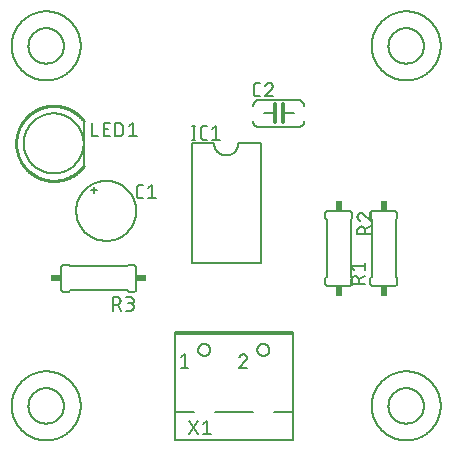
<source format=gbr>
G04 EAGLE Gerber RS-274X export*
G75*
%MOMM*%
%FSLAX34Y34*%
%LPD*%
%INSilkscreen Top*%
%IPPOS*%
%AMOC8*
5,1,8,0,0,1.08239X$1,22.5*%
G01*
%ADD10C,0.152400*%
%ADD11C,0.127000*%
%ADD12C,0.304800*%
%ADD13C,0.203200*%
%ADD14C,0.254000*%
%ADD15R,0.609600X0.863600*%
%ADD16R,0.863600X0.609600*%


D10*
X76200Y220980D02*
X81280Y220980D01*
X78740Y218440D02*
X78740Y223520D01*
X63500Y203200D02*
X63508Y203823D01*
X63531Y204446D01*
X63569Y205069D01*
X63622Y205690D01*
X63691Y206309D01*
X63775Y206927D01*
X63874Y207542D01*
X63988Y208155D01*
X64117Y208765D01*
X64261Y209372D01*
X64420Y209975D01*
X64594Y210573D01*
X64782Y211168D01*
X64985Y211757D01*
X65202Y212341D01*
X65433Y212920D01*
X65679Y213493D01*
X65939Y214060D01*
X66212Y214620D01*
X66499Y215173D01*
X66800Y215720D01*
X67114Y216258D01*
X67441Y216789D01*
X67781Y217311D01*
X68133Y217826D01*
X68499Y218331D01*
X68876Y218827D01*
X69266Y219314D01*
X69667Y219791D01*
X70080Y220258D01*
X70504Y220714D01*
X70939Y221161D01*
X71386Y221596D01*
X71842Y222020D01*
X72309Y222433D01*
X72786Y222834D01*
X73273Y223224D01*
X73769Y223601D01*
X74274Y223967D01*
X74789Y224319D01*
X75311Y224659D01*
X75842Y224986D01*
X76380Y225300D01*
X76927Y225601D01*
X77480Y225888D01*
X78040Y226161D01*
X78607Y226421D01*
X79180Y226667D01*
X79759Y226898D01*
X80343Y227115D01*
X80932Y227318D01*
X81527Y227506D01*
X82125Y227680D01*
X82728Y227839D01*
X83335Y227983D01*
X83945Y228112D01*
X84558Y228226D01*
X85173Y228325D01*
X85791Y228409D01*
X86410Y228478D01*
X87031Y228531D01*
X87654Y228569D01*
X88277Y228592D01*
X88900Y228600D01*
X89523Y228592D01*
X90146Y228569D01*
X90769Y228531D01*
X91390Y228478D01*
X92009Y228409D01*
X92627Y228325D01*
X93242Y228226D01*
X93855Y228112D01*
X94465Y227983D01*
X95072Y227839D01*
X95675Y227680D01*
X96273Y227506D01*
X96868Y227318D01*
X97457Y227115D01*
X98041Y226898D01*
X98620Y226667D01*
X99193Y226421D01*
X99760Y226161D01*
X100320Y225888D01*
X100873Y225601D01*
X101420Y225300D01*
X101958Y224986D01*
X102489Y224659D01*
X103011Y224319D01*
X103526Y223967D01*
X104031Y223601D01*
X104527Y223224D01*
X105014Y222834D01*
X105491Y222433D01*
X105958Y222020D01*
X106414Y221596D01*
X106861Y221161D01*
X107296Y220714D01*
X107720Y220258D01*
X108133Y219791D01*
X108534Y219314D01*
X108924Y218827D01*
X109301Y218331D01*
X109667Y217826D01*
X110019Y217311D01*
X110359Y216789D01*
X110686Y216258D01*
X111000Y215720D01*
X111301Y215173D01*
X111588Y214620D01*
X111861Y214060D01*
X112121Y213493D01*
X112367Y212920D01*
X112598Y212341D01*
X112815Y211757D01*
X113018Y211168D01*
X113206Y210573D01*
X113380Y209975D01*
X113539Y209372D01*
X113683Y208765D01*
X113812Y208155D01*
X113926Y207542D01*
X114025Y206927D01*
X114109Y206309D01*
X114178Y205690D01*
X114231Y205069D01*
X114269Y204446D01*
X114292Y203823D01*
X114300Y203200D01*
X114292Y202577D01*
X114269Y201954D01*
X114231Y201331D01*
X114178Y200710D01*
X114109Y200091D01*
X114025Y199473D01*
X113926Y198858D01*
X113812Y198245D01*
X113683Y197635D01*
X113539Y197028D01*
X113380Y196425D01*
X113206Y195827D01*
X113018Y195232D01*
X112815Y194643D01*
X112598Y194059D01*
X112367Y193480D01*
X112121Y192907D01*
X111861Y192340D01*
X111588Y191780D01*
X111301Y191227D01*
X111000Y190680D01*
X110686Y190142D01*
X110359Y189611D01*
X110019Y189089D01*
X109667Y188574D01*
X109301Y188069D01*
X108924Y187573D01*
X108534Y187086D01*
X108133Y186609D01*
X107720Y186142D01*
X107296Y185686D01*
X106861Y185239D01*
X106414Y184804D01*
X105958Y184380D01*
X105491Y183967D01*
X105014Y183566D01*
X104527Y183176D01*
X104031Y182799D01*
X103526Y182433D01*
X103011Y182081D01*
X102489Y181741D01*
X101958Y181414D01*
X101420Y181100D01*
X100873Y180799D01*
X100320Y180512D01*
X99760Y180239D01*
X99193Y179979D01*
X98620Y179733D01*
X98041Y179502D01*
X97457Y179285D01*
X96868Y179082D01*
X96273Y178894D01*
X95675Y178720D01*
X95072Y178561D01*
X94465Y178417D01*
X93855Y178288D01*
X93242Y178174D01*
X92627Y178075D01*
X92009Y177991D01*
X91390Y177922D01*
X90769Y177869D01*
X90146Y177831D01*
X89523Y177808D01*
X88900Y177800D01*
X88277Y177808D01*
X87654Y177831D01*
X87031Y177869D01*
X86410Y177922D01*
X85791Y177991D01*
X85173Y178075D01*
X84558Y178174D01*
X83945Y178288D01*
X83335Y178417D01*
X82728Y178561D01*
X82125Y178720D01*
X81527Y178894D01*
X80932Y179082D01*
X80343Y179285D01*
X79759Y179502D01*
X79180Y179733D01*
X78607Y179979D01*
X78040Y180239D01*
X77480Y180512D01*
X76927Y180799D01*
X76380Y181100D01*
X75842Y181414D01*
X75311Y181741D01*
X74789Y182081D01*
X74274Y182433D01*
X73769Y182799D01*
X73273Y183176D01*
X72786Y183566D01*
X72309Y183967D01*
X71842Y184380D01*
X71386Y184804D01*
X70939Y185239D01*
X70504Y185686D01*
X70080Y186142D01*
X69667Y186609D01*
X69266Y187086D01*
X68876Y187573D01*
X68499Y188069D01*
X68133Y188574D01*
X67781Y189089D01*
X67441Y189611D01*
X67114Y190142D01*
X66800Y190680D01*
X66499Y191227D01*
X66212Y191780D01*
X65939Y192340D01*
X65679Y192907D01*
X65433Y193480D01*
X65202Y194059D01*
X64985Y194643D01*
X64782Y195232D01*
X64594Y195827D01*
X64420Y196425D01*
X64261Y197028D01*
X64117Y197635D01*
X63988Y198245D01*
X63874Y198858D01*
X63775Y199473D01*
X63691Y200091D01*
X63622Y200710D01*
X63569Y201331D01*
X63531Y201954D01*
X63508Y202577D01*
X63500Y203200D01*
D11*
X117475Y213995D02*
X120015Y213995D01*
X117475Y213995D02*
X117375Y213997D01*
X117276Y214003D01*
X117176Y214013D01*
X117078Y214026D01*
X116979Y214044D01*
X116882Y214065D01*
X116786Y214090D01*
X116690Y214119D01*
X116596Y214152D01*
X116503Y214188D01*
X116412Y214228D01*
X116322Y214272D01*
X116234Y214319D01*
X116148Y214369D01*
X116064Y214423D01*
X115982Y214480D01*
X115903Y214540D01*
X115825Y214604D01*
X115751Y214670D01*
X115679Y214739D01*
X115610Y214811D01*
X115544Y214885D01*
X115480Y214963D01*
X115420Y215042D01*
X115363Y215124D01*
X115309Y215208D01*
X115259Y215294D01*
X115212Y215382D01*
X115168Y215472D01*
X115128Y215563D01*
X115092Y215656D01*
X115059Y215750D01*
X115030Y215846D01*
X115005Y215942D01*
X114984Y216039D01*
X114966Y216138D01*
X114953Y216236D01*
X114943Y216336D01*
X114937Y216435D01*
X114935Y216535D01*
X114935Y222885D01*
X114937Y222985D01*
X114943Y223084D01*
X114953Y223184D01*
X114966Y223282D01*
X114984Y223381D01*
X115005Y223478D01*
X115030Y223574D01*
X115059Y223670D01*
X115092Y223764D01*
X115128Y223857D01*
X115168Y223948D01*
X115212Y224038D01*
X115259Y224126D01*
X115309Y224212D01*
X115363Y224296D01*
X115420Y224378D01*
X115480Y224457D01*
X115544Y224535D01*
X115610Y224609D01*
X115679Y224681D01*
X115751Y224750D01*
X115825Y224816D01*
X115903Y224880D01*
X115982Y224940D01*
X116064Y224997D01*
X116148Y225051D01*
X116234Y225101D01*
X116322Y225148D01*
X116412Y225192D01*
X116503Y225232D01*
X116596Y225268D01*
X116690Y225301D01*
X116786Y225330D01*
X116882Y225355D01*
X116979Y225376D01*
X117078Y225394D01*
X117176Y225407D01*
X117276Y225417D01*
X117375Y225423D01*
X117475Y225425D01*
X120015Y225425D01*
X124497Y222885D02*
X127672Y225425D01*
X127672Y213995D01*
X124497Y213995D02*
X130847Y213995D01*
D10*
X213360Y292100D02*
X213362Y292240D01*
X213368Y292380D01*
X213377Y292520D01*
X213391Y292659D01*
X213408Y292798D01*
X213429Y292936D01*
X213454Y293074D01*
X213483Y293211D01*
X213515Y293347D01*
X213552Y293482D01*
X213592Y293616D01*
X213635Y293749D01*
X213683Y293881D01*
X213733Y294012D01*
X213788Y294141D01*
X213846Y294268D01*
X213907Y294394D01*
X213972Y294518D01*
X214041Y294640D01*
X214112Y294760D01*
X214187Y294878D01*
X214265Y294995D01*
X214347Y295109D01*
X214431Y295220D01*
X214519Y295329D01*
X214609Y295436D01*
X214703Y295541D01*
X214799Y295642D01*
X214898Y295741D01*
X214999Y295837D01*
X215104Y295931D01*
X215211Y296021D01*
X215320Y296109D01*
X215431Y296193D01*
X215545Y296275D01*
X215662Y296353D01*
X215780Y296428D01*
X215900Y296499D01*
X216022Y296568D01*
X216146Y296633D01*
X216272Y296694D01*
X216399Y296752D01*
X216528Y296807D01*
X216659Y296857D01*
X216791Y296905D01*
X216924Y296948D01*
X217058Y296988D01*
X217193Y297025D01*
X217329Y297057D01*
X217466Y297086D01*
X217604Y297111D01*
X217742Y297132D01*
X217881Y297149D01*
X218020Y297163D01*
X218160Y297172D01*
X218300Y297178D01*
X218440Y297180D01*
X213360Y279400D02*
X213362Y279260D01*
X213368Y279120D01*
X213377Y278980D01*
X213391Y278841D01*
X213408Y278702D01*
X213429Y278564D01*
X213454Y278426D01*
X213483Y278289D01*
X213515Y278153D01*
X213552Y278018D01*
X213592Y277884D01*
X213635Y277751D01*
X213683Y277619D01*
X213733Y277488D01*
X213788Y277359D01*
X213846Y277232D01*
X213907Y277106D01*
X213972Y276982D01*
X214041Y276860D01*
X214112Y276740D01*
X214187Y276622D01*
X214265Y276505D01*
X214347Y276391D01*
X214431Y276280D01*
X214519Y276171D01*
X214609Y276064D01*
X214703Y275959D01*
X214799Y275858D01*
X214898Y275759D01*
X214999Y275663D01*
X215104Y275569D01*
X215211Y275479D01*
X215320Y275391D01*
X215431Y275307D01*
X215545Y275225D01*
X215662Y275147D01*
X215780Y275072D01*
X215900Y275001D01*
X216022Y274932D01*
X216146Y274867D01*
X216272Y274806D01*
X216399Y274748D01*
X216528Y274693D01*
X216659Y274643D01*
X216791Y274595D01*
X216924Y274552D01*
X217058Y274512D01*
X217193Y274475D01*
X217329Y274443D01*
X217466Y274414D01*
X217604Y274389D01*
X217742Y274368D01*
X217881Y274351D01*
X218020Y274337D01*
X218160Y274328D01*
X218300Y274322D01*
X218440Y274320D01*
X218440Y297180D02*
X251460Y297180D01*
X251460Y274320D02*
X218440Y274320D01*
X251460Y297180D02*
X251600Y297178D01*
X251740Y297172D01*
X251880Y297163D01*
X252019Y297149D01*
X252158Y297132D01*
X252296Y297111D01*
X252434Y297086D01*
X252571Y297057D01*
X252707Y297025D01*
X252842Y296988D01*
X252976Y296948D01*
X253109Y296905D01*
X253241Y296857D01*
X253372Y296807D01*
X253501Y296752D01*
X253628Y296694D01*
X253754Y296633D01*
X253878Y296568D01*
X254000Y296499D01*
X254120Y296428D01*
X254238Y296353D01*
X254355Y296275D01*
X254469Y296193D01*
X254580Y296109D01*
X254689Y296021D01*
X254796Y295931D01*
X254901Y295837D01*
X255002Y295741D01*
X255101Y295642D01*
X255197Y295541D01*
X255291Y295436D01*
X255381Y295329D01*
X255469Y295220D01*
X255553Y295109D01*
X255635Y294995D01*
X255713Y294878D01*
X255788Y294760D01*
X255859Y294640D01*
X255928Y294518D01*
X255993Y294394D01*
X256054Y294268D01*
X256112Y294141D01*
X256167Y294012D01*
X256217Y293881D01*
X256265Y293749D01*
X256308Y293616D01*
X256348Y293482D01*
X256385Y293347D01*
X256417Y293211D01*
X256446Y293074D01*
X256471Y292936D01*
X256492Y292798D01*
X256509Y292659D01*
X256523Y292520D01*
X256532Y292380D01*
X256538Y292240D01*
X256540Y292100D01*
X256540Y279400D02*
X256538Y279260D01*
X256532Y279120D01*
X256523Y278980D01*
X256509Y278841D01*
X256492Y278702D01*
X256471Y278564D01*
X256446Y278426D01*
X256417Y278289D01*
X256385Y278153D01*
X256348Y278018D01*
X256308Y277884D01*
X256265Y277751D01*
X256217Y277619D01*
X256167Y277488D01*
X256112Y277359D01*
X256054Y277232D01*
X255993Y277106D01*
X255928Y276982D01*
X255859Y276860D01*
X255788Y276740D01*
X255713Y276622D01*
X255635Y276505D01*
X255553Y276391D01*
X255469Y276280D01*
X255381Y276171D01*
X255291Y276064D01*
X255197Y275959D01*
X255101Y275858D01*
X255002Y275759D01*
X254901Y275663D01*
X254796Y275569D01*
X254689Y275479D01*
X254580Y275391D01*
X254469Y275307D01*
X254355Y275225D01*
X254238Y275147D01*
X254120Y275072D01*
X254000Y275001D01*
X253878Y274932D01*
X253754Y274867D01*
X253628Y274806D01*
X253501Y274748D01*
X253372Y274693D01*
X253241Y274643D01*
X253109Y274595D01*
X252976Y274552D01*
X252842Y274512D01*
X252707Y274475D01*
X252571Y274443D01*
X252434Y274414D01*
X252296Y274389D01*
X252158Y274368D01*
X252019Y274351D01*
X251880Y274337D01*
X251740Y274328D01*
X251600Y274322D01*
X251460Y274320D01*
D12*
X231902Y285750D02*
X231902Y293370D01*
X231902Y285750D02*
X231902Y278130D01*
X238252Y285750D02*
X238252Y293370D01*
X238252Y285750D02*
X238252Y278130D01*
D10*
X238252Y285750D02*
X247650Y285750D01*
X231902Y285750D02*
X222250Y285750D01*
D11*
X219075Y300355D02*
X216535Y300355D01*
X216435Y300357D01*
X216336Y300363D01*
X216236Y300373D01*
X216138Y300386D01*
X216039Y300404D01*
X215942Y300425D01*
X215846Y300450D01*
X215750Y300479D01*
X215656Y300512D01*
X215563Y300548D01*
X215472Y300588D01*
X215382Y300632D01*
X215294Y300679D01*
X215208Y300729D01*
X215124Y300783D01*
X215042Y300840D01*
X214963Y300900D01*
X214885Y300964D01*
X214811Y301030D01*
X214739Y301099D01*
X214670Y301171D01*
X214604Y301245D01*
X214540Y301323D01*
X214480Y301402D01*
X214423Y301484D01*
X214369Y301568D01*
X214319Y301654D01*
X214272Y301742D01*
X214228Y301832D01*
X214188Y301923D01*
X214152Y302016D01*
X214119Y302110D01*
X214090Y302206D01*
X214065Y302302D01*
X214044Y302399D01*
X214026Y302498D01*
X214013Y302596D01*
X214003Y302696D01*
X213997Y302795D01*
X213995Y302895D01*
X213995Y309245D01*
X213997Y309345D01*
X214003Y309444D01*
X214013Y309544D01*
X214026Y309642D01*
X214044Y309741D01*
X214065Y309838D01*
X214090Y309934D01*
X214119Y310030D01*
X214152Y310124D01*
X214188Y310217D01*
X214228Y310308D01*
X214272Y310398D01*
X214319Y310486D01*
X214369Y310572D01*
X214423Y310656D01*
X214480Y310738D01*
X214540Y310817D01*
X214604Y310895D01*
X214670Y310969D01*
X214739Y311041D01*
X214811Y311110D01*
X214885Y311176D01*
X214963Y311240D01*
X215042Y311300D01*
X215124Y311357D01*
X215208Y311411D01*
X215294Y311461D01*
X215382Y311508D01*
X215472Y311552D01*
X215563Y311592D01*
X215656Y311628D01*
X215750Y311661D01*
X215846Y311690D01*
X215942Y311715D01*
X216039Y311736D01*
X216138Y311754D01*
X216236Y311767D01*
X216336Y311777D01*
X216435Y311783D01*
X216535Y311785D01*
X219075Y311785D01*
X227050Y311786D02*
X227154Y311784D01*
X227259Y311778D01*
X227363Y311769D01*
X227466Y311756D01*
X227569Y311738D01*
X227671Y311718D01*
X227773Y311693D01*
X227873Y311665D01*
X227973Y311633D01*
X228071Y311597D01*
X228168Y311558D01*
X228263Y311516D01*
X228357Y311470D01*
X228449Y311420D01*
X228539Y311368D01*
X228627Y311312D01*
X228713Y311252D01*
X228797Y311190D01*
X228878Y311125D01*
X228957Y311057D01*
X229034Y310985D01*
X229107Y310912D01*
X229179Y310835D01*
X229247Y310756D01*
X229312Y310675D01*
X229374Y310591D01*
X229434Y310505D01*
X229490Y310417D01*
X229542Y310327D01*
X229592Y310235D01*
X229638Y310141D01*
X229680Y310046D01*
X229719Y309949D01*
X229755Y309851D01*
X229787Y309751D01*
X229815Y309651D01*
X229840Y309549D01*
X229860Y309447D01*
X229878Y309344D01*
X229891Y309241D01*
X229900Y309137D01*
X229906Y309032D01*
X229908Y308928D01*
X227050Y311785D02*
X226932Y311783D01*
X226813Y311777D01*
X226695Y311768D01*
X226578Y311755D01*
X226461Y311737D01*
X226344Y311717D01*
X226228Y311692D01*
X226113Y311664D01*
X226000Y311631D01*
X225887Y311596D01*
X225775Y311556D01*
X225665Y311514D01*
X225556Y311467D01*
X225448Y311417D01*
X225343Y311364D01*
X225239Y311307D01*
X225137Y311247D01*
X225037Y311184D01*
X224939Y311117D01*
X224843Y311048D01*
X224750Y310975D01*
X224659Y310899D01*
X224570Y310821D01*
X224484Y310739D01*
X224401Y310655D01*
X224320Y310569D01*
X224243Y310479D01*
X224168Y310388D01*
X224096Y310294D01*
X224027Y310197D01*
X223962Y310099D01*
X223899Y309998D01*
X223840Y309895D01*
X223784Y309791D01*
X223732Y309685D01*
X223683Y309577D01*
X223638Y309468D01*
X223596Y309357D01*
X223558Y309245D01*
X228955Y306706D02*
X229031Y306781D01*
X229106Y306860D01*
X229177Y306941D01*
X229246Y307025D01*
X229311Y307111D01*
X229373Y307199D01*
X229433Y307289D01*
X229489Y307381D01*
X229542Y307476D01*
X229591Y307572D01*
X229637Y307670D01*
X229680Y307769D01*
X229719Y307870D01*
X229754Y307972D01*
X229786Y308075D01*
X229814Y308179D01*
X229839Y308284D01*
X229860Y308391D01*
X229877Y308497D01*
X229890Y308604D01*
X229899Y308712D01*
X229905Y308820D01*
X229907Y308928D01*
X228955Y306705D02*
X223557Y300355D01*
X229907Y300355D01*
D10*
X219710Y260350D02*
X219710Y158750D01*
X161290Y158750D02*
X161290Y260350D01*
X161290Y158750D02*
X219710Y158750D01*
X219710Y260350D02*
X200660Y260350D01*
X180340Y260350D02*
X161290Y260350D01*
X180340Y260350D02*
X180343Y260103D01*
X180352Y259855D01*
X180367Y259608D01*
X180388Y259362D01*
X180415Y259116D01*
X180448Y258871D01*
X180487Y258626D01*
X180532Y258383D01*
X180583Y258141D01*
X180640Y257900D01*
X180702Y257661D01*
X180771Y257423D01*
X180845Y257187D01*
X180925Y256953D01*
X181010Y256721D01*
X181102Y256491D01*
X181198Y256263D01*
X181301Y256038D01*
X181408Y255815D01*
X181522Y255595D01*
X181640Y255378D01*
X181764Y255163D01*
X181893Y254952D01*
X182027Y254744D01*
X182166Y254539D01*
X182310Y254338D01*
X182458Y254140D01*
X182612Y253946D01*
X182770Y253756D01*
X182933Y253570D01*
X183100Y253388D01*
X183272Y253210D01*
X183448Y253036D01*
X183628Y252866D01*
X183813Y252701D01*
X184001Y252541D01*
X184193Y252385D01*
X184389Y252233D01*
X184588Y252087D01*
X184791Y251945D01*
X184998Y251809D01*
X185207Y251677D01*
X185420Y251551D01*
X185636Y251430D01*
X185854Y251314D01*
X186076Y251204D01*
X186300Y251099D01*
X186526Y250999D01*
X186755Y250905D01*
X186986Y250817D01*
X187220Y250734D01*
X187455Y250657D01*
X187692Y250586D01*
X187930Y250520D01*
X188170Y250461D01*
X188412Y250407D01*
X188655Y250359D01*
X188898Y250317D01*
X189143Y250281D01*
X189389Y250251D01*
X189635Y250227D01*
X189882Y250209D01*
X190129Y250197D01*
X190376Y250191D01*
X190624Y250191D01*
X190871Y250197D01*
X191118Y250209D01*
X191365Y250227D01*
X191611Y250251D01*
X191857Y250281D01*
X192102Y250317D01*
X192345Y250359D01*
X192588Y250407D01*
X192830Y250461D01*
X193070Y250520D01*
X193308Y250586D01*
X193545Y250657D01*
X193780Y250734D01*
X194014Y250817D01*
X194245Y250905D01*
X194474Y250999D01*
X194700Y251099D01*
X194924Y251204D01*
X195146Y251314D01*
X195364Y251430D01*
X195580Y251551D01*
X195793Y251677D01*
X196002Y251809D01*
X196209Y251945D01*
X196412Y252087D01*
X196611Y252233D01*
X196807Y252385D01*
X196999Y252541D01*
X197187Y252701D01*
X197372Y252866D01*
X197552Y253036D01*
X197728Y253210D01*
X197900Y253388D01*
X198067Y253570D01*
X198230Y253756D01*
X198388Y253946D01*
X198542Y254140D01*
X198690Y254338D01*
X198834Y254539D01*
X198973Y254744D01*
X199107Y254952D01*
X199236Y255163D01*
X199360Y255378D01*
X199478Y255595D01*
X199592Y255815D01*
X199699Y256038D01*
X199802Y256263D01*
X199898Y256491D01*
X199990Y256721D01*
X200075Y256953D01*
X200155Y257187D01*
X200229Y257423D01*
X200298Y257661D01*
X200360Y257900D01*
X200417Y258141D01*
X200468Y258383D01*
X200513Y258626D01*
X200552Y258871D01*
X200585Y259116D01*
X200612Y259362D01*
X200633Y259608D01*
X200648Y259855D01*
X200657Y260103D01*
X200660Y260350D01*
D11*
X163195Y263525D02*
X163195Y274955D01*
X161925Y263525D02*
X164465Y263525D01*
X164465Y274955D02*
X161925Y274955D01*
X171667Y263525D02*
X174207Y263525D01*
X171667Y263525D02*
X171567Y263527D01*
X171468Y263533D01*
X171368Y263543D01*
X171270Y263556D01*
X171171Y263574D01*
X171074Y263595D01*
X170978Y263620D01*
X170882Y263649D01*
X170788Y263682D01*
X170695Y263718D01*
X170604Y263758D01*
X170514Y263802D01*
X170426Y263849D01*
X170340Y263899D01*
X170256Y263953D01*
X170174Y264010D01*
X170095Y264070D01*
X170017Y264134D01*
X169943Y264200D01*
X169871Y264269D01*
X169802Y264341D01*
X169736Y264415D01*
X169672Y264493D01*
X169612Y264572D01*
X169555Y264654D01*
X169501Y264738D01*
X169451Y264824D01*
X169404Y264912D01*
X169360Y265002D01*
X169320Y265093D01*
X169284Y265186D01*
X169251Y265280D01*
X169222Y265376D01*
X169197Y265472D01*
X169176Y265569D01*
X169158Y265668D01*
X169145Y265766D01*
X169135Y265866D01*
X169129Y265965D01*
X169127Y266065D01*
X169127Y272415D01*
X169129Y272515D01*
X169135Y272614D01*
X169145Y272714D01*
X169158Y272812D01*
X169176Y272911D01*
X169197Y273008D01*
X169222Y273104D01*
X169251Y273200D01*
X169284Y273294D01*
X169320Y273387D01*
X169360Y273478D01*
X169404Y273568D01*
X169451Y273656D01*
X169501Y273742D01*
X169555Y273826D01*
X169612Y273908D01*
X169672Y273987D01*
X169736Y274065D01*
X169802Y274139D01*
X169871Y274211D01*
X169943Y274280D01*
X170017Y274346D01*
X170095Y274410D01*
X170174Y274470D01*
X170256Y274527D01*
X170340Y274581D01*
X170426Y274631D01*
X170514Y274678D01*
X170604Y274722D01*
X170695Y274762D01*
X170788Y274798D01*
X170882Y274831D01*
X170978Y274860D01*
X171074Y274885D01*
X171171Y274906D01*
X171270Y274924D01*
X171368Y274937D01*
X171468Y274947D01*
X171567Y274953D01*
X171667Y274955D01*
X174207Y274955D01*
X178689Y272415D02*
X181864Y274955D01*
X181864Y263525D01*
X178689Y263525D02*
X185039Y263525D01*
D13*
X69850Y279400D02*
X69850Y241300D01*
D14*
X69376Y240684D01*
X68887Y240079D01*
X68383Y239487D01*
X67865Y238907D01*
X67333Y238340D01*
X66787Y237786D01*
X66228Y237246D01*
X65655Y236720D01*
X65070Y236207D01*
X64473Y235710D01*
X63864Y235227D01*
X63243Y234759D01*
X62610Y234306D01*
X61967Y233869D01*
X61313Y233448D01*
X60649Y233044D01*
X59976Y232655D01*
X59293Y232283D01*
X58601Y231928D01*
X57901Y231590D01*
X57193Y231269D01*
X56477Y230966D01*
X55753Y230680D01*
X55024Y230412D01*
X54287Y230162D01*
X53545Y229931D01*
X52797Y229717D01*
X52045Y229522D01*
X51287Y229345D01*
X50526Y229187D01*
X49761Y229047D01*
X48993Y228927D01*
X48222Y228825D01*
X47449Y228742D01*
X46674Y228678D01*
X45898Y228633D01*
X45121Y228607D01*
X44343Y228600D01*
X43566Y228612D01*
X42789Y228643D01*
X42013Y228694D01*
X41238Y228763D01*
X40466Y228851D01*
X39696Y228958D01*
X38928Y229084D01*
X38164Y229228D01*
X37404Y229392D01*
X36648Y229574D01*
X35897Y229774D01*
X35150Y229992D01*
X34410Y230229D01*
X33675Y230484D01*
X32947Y230757D01*
X32226Y231048D01*
X31512Y231356D01*
X30806Y231681D01*
X30108Y232024D01*
X29418Y232384D01*
X28738Y232760D01*
X28067Y233153D01*
X27406Y233563D01*
X26755Y233988D01*
X26115Y234429D01*
X25486Y234886D01*
X24868Y235358D01*
X24262Y235845D01*
X23668Y236347D01*
X23086Y236863D01*
X22517Y237393D01*
X21962Y237937D01*
X21419Y238495D01*
X20891Y239065D01*
X20377Y239648D01*
X19877Y240244D01*
X19392Y240852D01*
X18922Y241471D01*
X18468Y242102D01*
X18029Y242744D01*
X17605Y243396D01*
X17198Y244059D01*
X16807Y244731D01*
X16433Y245413D01*
X16076Y246103D01*
X15736Y246802D01*
X15412Y247510D01*
X15107Y248224D01*
X14818Y248947D01*
X14548Y249676D01*
X14296Y250411D01*
X14061Y251153D01*
X13845Y251900D01*
X13647Y252652D01*
X13468Y253408D01*
X13307Y254169D01*
X13165Y254933D01*
X13042Y255701D01*
X12938Y256472D01*
X12852Y257245D01*
X12786Y258019D01*
X12738Y258795D01*
X12710Y259572D01*
X12700Y260350D01*
X12710Y261128D01*
X12738Y261905D01*
X12786Y262681D01*
X12852Y263455D01*
X12938Y264228D01*
X13042Y264999D01*
X13165Y265767D01*
X13307Y266531D01*
X13468Y267292D01*
X13647Y268048D01*
X13845Y268800D01*
X14061Y269547D01*
X14296Y270289D01*
X14548Y271024D01*
X14818Y271753D01*
X15107Y272476D01*
X15412Y273190D01*
X15736Y273898D01*
X16076Y274597D01*
X16433Y275287D01*
X16807Y275969D01*
X17198Y276641D01*
X17605Y277304D01*
X18029Y277956D01*
X18468Y278598D01*
X18922Y279229D01*
X19392Y279848D01*
X19877Y280456D01*
X20377Y281052D01*
X20891Y281635D01*
X21419Y282205D01*
X21962Y282763D01*
X22517Y283307D01*
X23086Y283837D01*
X23668Y284353D01*
X24262Y284855D01*
X24868Y285342D01*
X25486Y285814D01*
X26115Y286271D01*
X26755Y286712D01*
X27406Y287137D01*
X28067Y287547D01*
X28738Y287940D01*
X29418Y288316D01*
X30108Y288676D01*
X30806Y289019D01*
X31512Y289344D01*
X32226Y289652D01*
X32947Y289943D01*
X33675Y290216D01*
X34410Y290471D01*
X35150Y290708D01*
X35897Y290926D01*
X36648Y291126D01*
X37404Y291308D01*
X38164Y291472D01*
X38928Y291616D01*
X39696Y291742D01*
X40466Y291849D01*
X41238Y291937D01*
X42013Y292006D01*
X42789Y292057D01*
X43566Y292088D01*
X44343Y292100D01*
X45121Y292093D01*
X45898Y292067D01*
X46674Y292022D01*
X47449Y291958D01*
X48222Y291875D01*
X48993Y291773D01*
X49761Y291653D01*
X50526Y291513D01*
X51287Y291355D01*
X52045Y291178D01*
X52797Y290983D01*
X53545Y290769D01*
X54287Y290538D01*
X55024Y290288D01*
X55753Y290020D01*
X56477Y289734D01*
X57193Y289431D01*
X57901Y289110D01*
X58601Y288772D01*
X59293Y288417D01*
X59976Y288045D01*
X60649Y287656D01*
X61313Y287252D01*
X61967Y286831D01*
X62610Y286394D01*
X63243Y285941D01*
X63864Y285473D01*
X64473Y284990D01*
X65070Y284493D01*
X65655Y283980D01*
X66228Y283454D01*
X66787Y282914D01*
X67333Y282360D01*
X67865Y281793D01*
X68383Y281213D01*
X68887Y280621D01*
X69376Y280016D01*
X69850Y279400D01*
D10*
X19050Y260350D02*
X19058Y260973D01*
X19081Y261596D01*
X19119Y262219D01*
X19172Y262840D01*
X19241Y263459D01*
X19325Y264077D01*
X19424Y264692D01*
X19538Y265305D01*
X19667Y265915D01*
X19811Y266522D01*
X19970Y267125D01*
X20144Y267723D01*
X20332Y268318D01*
X20535Y268907D01*
X20752Y269491D01*
X20983Y270070D01*
X21229Y270643D01*
X21489Y271210D01*
X21762Y271770D01*
X22049Y272323D01*
X22350Y272870D01*
X22664Y273408D01*
X22991Y273939D01*
X23331Y274461D01*
X23683Y274976D01*
X24049Y275481D01*
X24426Y275977D01*
X24816Y276464D01*
X25217Y276941D01*
X25630Y277408D01*
X26054Y277864D01*
X26489Y278311D01*
X26936Y278746D01*
X27392Y279170D01*
X27859Y279583D01*
X28336Y279984D01*
X28823Y280374D01*
X29319Y280751D01*
X29824Y281117D01*
X30339Y281469D01*
X30861Y281809D01*
X31392Y282136D01*
X31930Y282450D01*
X32477Y282751D01*
X33030Y283038D01*
X33590Y283311D01*
X34157Y283571D01*
X34730Y283817D01*
X35309Y284048D01*
X35893Y284265D01*
X36482Y284468D01*
X37077Y284656D01*
X37675Y284830D01*
X38278Y284989D01*
X38885Y285133D01*
X39495Y285262D01*
X40108Y285376D01*
X40723Y285475D01*
X41341Y285559D01*
X41960Y285628D01*
X42581Y285681D01*
X43204Y285719D01*
X43827Y285742D01*
X44450Y285750D01*
X45073Y285742D01*
X45696Y285719D01*
X46319Y285681D01*
X46940Y285628D01*
X47559Y285559D01*
X48177Y285475D01*
X48792Y285376D01*
X49405Y285262D01*
X50015Y285133D01*
X50622Y284989D01*
X51225Y284830D01*
X51823Y284656D01*
X52418Y284468D01*
X53007Y284265D01*
X53591Y284048D01*
X54170Y283817D01*
X54743Y283571D01*
X55310Y283311D01*
X55870Y283038D01*
X56423Y282751D01*
X56970Y282450D01*
X57508Y282136D01*
X58039Y281809D01*
X58561Y281469D01*
X59076Y281117D01*
X59581Y280751D01*
X60077Y280374D01*
X60564Y279984D01*
X61041Y279583D01*
X61508Y279170D01*
X61964Y278746D01*
X62411Y278311D01*
X62846Y277864D01*
X63270Y277408D01*
X63683Y276941D01*
X64084Y276464D01*
X64474Y275977D01*
X64851Y275481D01*
X65217Y274976D01*
X65569Y274461D01*
X65909Y273939D01*
X66236Y273408D01*
X66550Y272870D01*
X66851Y272323D01*
X67138Y271770D01*
X67411Y271210D01*
X67671Y270643D01*
X67917Y270070D01*
X68148Y269491D01*
X68365Y268907D01*
X68568Y268318D01*
X68756Y267723D01*
X68930Y267125D01*
X69089Y266522D01*
X69233Y265915D01*
X69362Y265305D01*
X69476Y264692D01*
X69575Y264077D01*
X69659Y263459D01*
X69728Y262840D01*
X69781Y262219D01*
X69819Y261596D01*
X69842Y260973D01*
X69850Y260350D01*
X69842Y259727D01*
X69819Y259104D01*
X69781Y258481D01*
X69728Y257860D01*
X69659Y257241D01*
X69575Y256623D01*
X69476Y256008D01*
X69362Y255395D01*
X69233Y254785D01*
X69089Y254178D01*
X68930Y253575D01*
X68756Y252977D01*
X68568Y252382D01*
X68365Y251793D01*
X68148Y251209D01*
X67917Y250630D01*
X67671Y250057D01*
X67411Y249490D01*
X67138Y248930D01*
X66851Y248377D01*
X66550Y247830D01*
X66236Y247292D01*
X65909Y246761D01*
X65569Y246239D01*
X65217Y245724D01*
X64851Y245219D01*
X64474Y244723D01*
X64084Y244236D01*
X63683Y243759D01*
X63270Y243292D01*
X62846Y242836D01*
X62411Y242389D01*
X61964Y241954D01*
X61508Y241530D01*
X61041Y241117D01*
X60564Y240716D01*
X60077Y240326D01*
X59581Y239949D01*
X59076Y239583D01*
X58561Y239231D01*
X58039Y238891D01*
X57508Y238564D01*
X56970Y238250D01*
X56423Y237949D01*
X55870Y237662D01*
X55310Y237389D01*
X54743Y237129D01*
X54170Y236883D01*
X53591Y236652D01*
X53007Y236435D01*
X52418Y236232D01*
X51823Y236044D01*
X51225Y235870D01*
X50622Y235711D01*
X50015Y235567D01*
X49405Y235438D01*
X48792Y235324D01*
X48177Y235225D01*
X47559Y235141D01*
X46940Y235072D01*
X46319Y235019D01*
X45696Y234981D01*
X45073Y234958D01*
X44450Y234950D01*
X43827Y234958D01*
X43204Y234981D01*
X42581Y235019D01*
X41960Y235072D01*
X41341Y235141D01*
X40723Y235225D01*
X40108Y235324D01*
X39495Y235438D01*
X38885Y235567D01*
X38278Y235711D01*
X37675Y235870D01*
X37077Y236044D01*
X36482Y236232D01*
X35893Y236435D01*
X35309Y236652D01*
X34730Y236883D01*
X34157Y237129D01*
X33590Y237389D01*
X33030Y237662D01*
X32477Y237949D01*
X31930Y238250D01*
X31392Y238564D01*
X30861Y238891D01*
X30339Y239231D01*
X29824Y239583D01*
X29319Y239949D01*
X28823Y240326D01*
X28336Y240716D01*
X27859Y241117D01*
X27392Y241530D01*
X26936Y241954D01*
X26489Y242389D01*
X26054Y242836D01*
X25630Y243292D01*
X25217Y243759D01*
X24816Y244236D01*
X24426Y244723D01*
X24049Y245219D01*
X23683Y245724D01*
X23331Y246239D01*
X22991Y246761D01*
X22664Y247292D01*
X22350Y247830D01*
X22049Y248377D01*
X21762Y248930D01*
X21489Y249490D01*
X21229Y250057D01*
X20983Y250630D01*
X20752Y251209D01*
X20535Y251793D01*
X20332Y252382D01*
X20144Y252977D01*
X19970Y253575D01*
X19811Y254178D01*
X19667Y254785D01*
X19538Y255395D01*
X19424Y256008D01*
X19325Y256623D01*
X19241Y257241D01*
X19172Y257860D01*
X19119Y258481D01*
X19081Y259104D01*
X19058Y259727D01*
X19050Y260350D01*
D11*
X76835Y266319D02*
X76835Y277749D01*
X76835Y266319D02*
X81915Y266319D01*
X86741Y266319D02*
X91821Y266319D01*
X86741Y266319D02*
X86741Y277749D01*
X91821Y277749D01*
X90551Y272669D02*
X86741Y272669D01*
X96622Y277749D02*
X96622Y266319D01*
X96622Y277749D02*
X99797Y277749D01*
X99908Y277747D01*
X100018Y277741D01*
X100129Y277732D01*
X100239Y277718D01*
X100348Y277701D01*
X100457Y277680D01*
X100565Y277655D01*
X100672Y277626D01*
X100778Y277594D01*
X100883Y277558D01*
X100986Y277518D01*
X101088Y277475D01*
X101189Y277428D01*
X101288Y277377D01*
X101385Y277324D01*
X101479Y277267D01*
X101572Y277206D01*
X101663Y277143D01*
X101752Y277076D01*
X101838Y277006D01*
X101921Y276933D01*
X102003Y276858D01*
X102081Y276780D01*
X102156Y276698D01*
X102229Y276615D01*
X102299Y276529D01*
X102366Y276440D01*
X102429Y276349D01*
X102490Y276256D01*
X102547Y276162D01*
X102600Y276065D01*
X102651Y275966D01*
X102698Y275865D01*
X102741Y275763D01*
X102781Y275660D01*
X102817Y275555D01*
X102849Y275449D01*
X102878Y275342D01*
X102903Y275234D01*
X102924Y275125D01*
X102941Y275016D01*
X102955Y274906D01*
X102964Y274795D01*
X102970Y274685D01*
X102972Y274574D01*
X102972Y269494D01*
X102970Y269383D01*
X102964Y269273D01*
X102955Y269162D01*
X102941Y269052D01*
X102924Y268943D01*
X102903Y268834D01*
X102878Y268726D01*
X102849Y268619D01*
X102817Y268513D01*
X102781Y268408D01*
X102741Y268305D01*
X102698Y268203D01*
X102651Y268102D01*
X102600Y268003D01*
X102547Y267906D01*
X102490Y267812D01*
X102429Y267719D01*
X102366Y267628D01*
X102299Y267539D01*
X102229Y267453D01*
X102156Y267370D01*
X102081Y267288D01*
X102003Y267210D01*
X101921Y267135D01*
X101838Y267062D01*
X101752Y266992D01*
X101663Y266925D01*
X101572Y266862D01*
X101479Y266801D01*
X101384Y266744D01*
X101288Y266691D01*
X101189Y266640D01*
X101088Y266593D01*
X100986Y266550D01*
X100883Y266510D01*
X100778Y266474D01*
X100672Y266442D01*
X100565Y266413D01*
X100457Y266388D01*
X100348Y266367D01*
X100239Y266350D01*
X100129Y266336D01*
X100018Y266327D01*
X99908Y266321D01*
X99797Y266319D01*
X96622Y266319D01*
X108433Y275209D02*
X111608Y277749D01*
X111608Y266319D01*
X108433Y266319D02*
X114783Y266319D01*
D10*
X312420Y142240D02*
X312422Y142140D01*
X312428Y142041D01*
X312438Y141941D01*
X312451Y141843D01*
X312469Y141744D01*
X312490Y141647D01*
X312515Y141551D01*
X312544Y141455D01*
X312577Y141361D01*
X312613Y141268D01*
X312653Y141177D01*
X312697Y141087D01*
X312744Y140999D01*
X312794Y140913D01*
X312848Y140829D01*
X312905Y140747D01*
X312965Y140668D01*
X313029Y140590D01*
X313095Y140516D01*
X313164Y140444D01*
X313236Y140375D01*
X313310Y140309D01*
X313388Y140245D01*
X313467Y140185D01*
X313549Y140128D01*
X313633Y140074D01*
X313719Y140024D01*
X313807Y139977D01*
X313897Y139933D01*
X313988Y139893D01*
X314081Y139857D01*
X314175Y139824D01*
X314271Y139795D01*
X314367Y139770D01*
X314464Y139749D01*
X314563Y139731D01*
X314661Y139718D01*
X314761Y139708D01*
X314860Y139702D01*
X314960Y139700D01*
X332740Y139700D02*
X332840Y139702D01*
X332939Y139708D01*
X333039Y139718D01*
X333137Y139731D01*
X333236Y139749D01*
X333333Y139770D01*
X333429Y139795D01*
X333525Y139824D01*
X333619Y139857D01*
X333712Y139893D01*
X333803Y139933D01*
X333893Y139977D01*
X333981Y140024D01*
X334067Y140074D01*
X334151Y140128D01*
X334233Y140185D01*
X334312Y140245D01*
X334390Y140309D01*
X334464Y140375D01*
X334536Y140444D01*
X334605Y140516D01*
X334671Y140590D01*
X334735Y140668D01*
X334795Y140747D01*
X334852Y140829D01*
X334906Y140913D01*
X334956Y140999D01*
X335003Y141087D01*
X335047Y141177D01*
X335087Y141268D01*
X335123Y141361D01*
X335156Y141455D01*
X335185Y141551D01*
X335210Y141647D01*
X335231Y141744D01*
X335249Y141843D01*
X335262Y141941D01*
X335272Y142041D01*
X335278Y142140D01*
X335280Y142240D01*
X335280Y200660D02*
X335278Y200760D01*
X335272Y200859D01*
X335262Y200959D01*
X335249Y201057D01*
X335231Y201156D01*
X335210Y201253D01*
X335185Y201349D01*
X335156Y201445D01*
X335123Y201539D01*
X335087Y201632D01*
X335047Y201723D01*
X335003Y201813D01*
X334956Y201901D01*
X334906Y201987D01*
X334852Y202071D01*
X334795Y202153D01*
X334735Y202232D01*
X334671Y202310D01*
X334605Y202384D01*
X334536Y202456D01*
X334464Y202525D01*
X334390Y202591D01*
X334312Y202655D01*
X334233Y202715D01*
X334151Y202772D01*
X334067Y202826D01*
X333981Y202876D01*
X333893Y202923D01*
X333803Y202967D01*
X333712Y203007D01*
X333619Y203043D01*
X333525Y203076D01*
X333429Y203105D01*
X333333Y203130D01*
X333236Y203151D01*
X333137Y203169D01*
X333039Y203182D01*
X332939Y203192D01*
X332840Y203198D01*
X332740Y203200D01*
X314960Y203200D02*
X314860Y203198D01*
X314761Y203192D01*
X314661Y203182D01*
X314563Y203169D01*
X314464Y203151D01*
X314367Y203130D01*
X314271Y203105D01*
X314175Y203076D01*
X314081Y203043D01*
X313988Y203007D01*
X313897Y202967D01*
X313807Y202923D01*
X313719Y202876D01*
X313633Y202826D01*
X313549Y202772D01*
X313467Y202715D01*
X313388Y202655D01*
X313310Y202591D01*
X313236Y202525D01*
X313164Y202456D01*
X313095Y202384D01*
X313029Y202310D01*
X312965Y202232D01*
X312905Y202153D01*
X312848Y202071D01*
X312794Y201987D01*
X312744Y201901D01*
X312697Y201813D01*
X312653Y201723D01*
X312613Y201632D01*
X312577Y201539D01*
X312544Y201445D01*
X312515Y201349D01*
X312490Y201253D01*
X312469Y201156D01*
X312451Y201057D01*
X312438Y200959D01*
X312428Y200859D01*
X312422Y200760D01*
X312420Y200660D01*
X314960Y139700D02*
X332740Y139700D01*
X312420Y142240D02*
X312420Y146050D01*
X313690Y147320D01*
X335280Y146050D02*
X335280Y142240D01*
X335280Y146050D02*
X334010Y147320D01*
X313690Y195580D02*
X312420Y196850D01*
X313690Y195580D02*
X313690Y147320D01*
X334010Y195580D02*
X335280Y196850D01*
X334010Y195580D02*
X334010Y147320D01*
X312420Y196850D02*
X312420Y200660D01*
X335280Y200660D02*
X335280Y196850D01*
X332740Y203200D02*
X314960Y203200D01*
D15*
X323850Y207518D03*
X323850Y135382D03*
D11*
X307975Y141605D02*
X296545Y141605D01*
X296545Y144780D01*
X296547Y144891D01*
X296553Y145001D01*
X296562Y145112D01*
X296576Y145222D01*
X296593Y145331D01*
X296614Y145440D01*
X296639Y145548D01*
X296668Y145655D01*
X296700Y145761D01*
X296736Y145866D01*
X296776Y145969D01*
X296819Y146071D01*
X296866Y146172D01*
X296917Y146271D01*
X296970Y146368D01*
X297027Y146462D01*
X297088Y146555D01*
X297151Y146646D01*
X297218Y146735D01*
X297288Y146821D01*
X297361Y146904D01*
X297436Y146986D01*
X297514Y147064D01*
X297596Y147139D01*
X297679Y147212D01*
X297765Y147282D01*
X297854Y147349D01*
X297945Y147412D01*
X298038Y147473D01*
X298133Y147530D01*
X298229Y147583D01*
X298328Y147634D01*
X298429Y147681D01*
X298531Y147724D01*
X298634Y147764D01*
X298739Y147800D01*
X298845Y147832D01*
X298952Y147861D01*
X299060Y147886D01*
X299169Y147907D01*
X299278Y147924D01*
X299388Y147938D01*
X299499Y147947D01*
X299609Y147953D01*
X299720Y147955D01*
X299831Y147953D01*
X299941Y147947D01*
X300052Y147938D01*
X300162Y147924D01*
X300271Y147907D01*
X300380Y147886D01*
X300488Y147861D01*
X300595Y147832D01*
X300701Y147800D01*
X300806Y147764D01*
X300909Y147724D01*
X301011Y147681D01*
X301112Y147634D01*
X301211Y147583D01*
X301308Y147530D01*
X301402Y147473D01*
X301495Y147412D01*
X301586Y147349D01*
X301675Y147282D01*
X301761Y147212D01*
X301844Y147139D01*
X301926Y147064D01*
X302004Y146986D01*
X302079Y146904D01*
X302152Y146821D01*
X302222Y146735D01*
X302289Y146646D01*
X302352Y146555D01*
X302413Y146462D01*
X302470Y146368D01*
X302523Y146271D01*
X302574Y146172D01*
X302621Y146071D01*
X302664Y145969D01*
X302704Y145866D01*
X302740Y145761D01*
X302772Y145655D01*
X302801Y145548D01*
X302826Y145440D01*
X302847Y145331D01*
X302864Y145222D01*
X302878Y145112D01*
X302887Y145001D01*
X302893Y144891D01*
X302895Y144780D01*
X302895Y141605D01*
X302895Y145415D02*
X307975Y147955D01*
X299085Y152952D02*
X296545Y156127D01*
X307975Y156127D01*
X307975Y152952D02*
X307975Y159302D01*
D10*
X297180Y200660D02*
X297178Y200760D01*
X297172Y200859D01*
X297162Y200959D01*
X297149Y201057D01*
X297131Y201156D01*
X297110Y201253D01*
X297085Y201349D01*
X297056Y201445D01*
X297023Y201539D01*
X296987Y201632D01*
X296947Y201723D01*
X296903Y201813D01*
X296856Y201901D01*
X296806Y201987D01*
X296752Y202071D01*
X296695Y202153D01*
X296635Y202232D01*
X296571Y202310D01*
X296505Y202384D01*
X296436Y202456D01*
X296364Y202525D01*
X296290Y202591D01*
X296212Y202655D01*
X296133Y202715D01*
X296051Y202772D01*
X295967Y202826D01*
X295881Y202876D01*
X295793Y202923D01*
X295703Y202967D01*
X295612Y203007D01*
X295519Y203043D01*
X295425Y203076D01*
X295329Y203105D01*
X295233Y203130D01*
X295136Y203151D01*
X295037Y203169D01*
X294939Y203182D01*
X294839Y203192D01*
X294740Y203198D01*
X294640Y203200D01*
X276860Y203200D02*
X276760Y203198D01*
X276661Y203192D01*
X276561Y203182D01*
X276463Y203169D01*
X276364Y203151D01*
X276267Y203130D01*
X276171Y203105D01*
X276075Y203076D01*
X275981Y203043D01*
X275888Y203007D01*
X275797Y202967D01*
X275707Y202923D01*
X275619Y202876D01*
X275533Y202826D01*
X275449Y202772D01*
X275367Y202715D01*
X275288Y202655D01*
X275210Y202591D01*
X275136Y202525D01*
X275064Y202456D01*
X274995Y202384D01*
X274929Y202310D01*
X274865Y202232D01*
X274805Y202153D01*
X274748Y202071D01*
X274694Y201987D01*
X274644Y201901D01*
X274597Y201813D01*
X274553Y201723D01*
X274513Y201632D01*
X274477Y201539D01*
X274444Y201445D01*
X274415Y201349D01*
X274390Y201253D01*
X274369Y201156D01*
X274351Y201057D01*
X274338Y200959D01*
X274328Y200859D01*
X274322Y200760D01*
X274320Y200660D01*
X274320Y142240D02*
X274322Y142140D01*
X274328Y142041D01*
X274338Y141941D01*
X274351Y141843D01*
X274369Y141744D01*
X274390Y141647D01*
X274415Y141551D01*
X274444Y141455D01*
X274477Y141361D01*
X274513Y141268D01*
X274553Y141177D01*
X274597Y141087D01*
X274644Y140999D01*
X274694Y140913D01*
X274748Y140829D01*
X274805Y140747D01*
X274865Y140668D01*
X274929Y140590D01*
X274995Y140516D01*
X275064Y140444D01*
X275136Y140375D01*
X275210Y140309D01*
X275288Y140245D01*
X275367Y140185D01*
X275449Y140128D01*
X275533Y140074D01*
X275619Y140024D01*
X275707Y139977D01*
X275797Y139933D01*
X275888Y139893D01*
X275981Y139857D01*
X276075Y139824D01*
X276171Y139795D01*
X276267Y139770D01*
X276364Y139749D01*
X276463Y139731D01*
X276561Y139718D01*
X276661Y139708D01*
X276760Y139702D01*
X276860Y139700D01*
X294640Y139700D02*
X294740Y139702D01*
X294839Y139708D01*
X294939Y139718D01*
X295037Y139731D01*
X295136Y139749D01*
X295233Y139770D01*
X295329Y139795D01*
X295425Y139824D01*
X295519Y139857D01*
X295612Y139893D01*
X295703Y139933D01*
X295793Y139977D01*
X295881Y140024D01*
X295967Y140074D01*
X296051Y140128D01*
X296133Y140185D01*
X296212Y140245D01*
X296290Y140309D01*
X296364Y140375D01*
X296436Y140444D01*
X296505Y140516D01*
X296571Y140590D01*
X296635Y140668D01*
X296695Y140747D01*
X296752Y140829D01*
X296806Y140913D01*
X296856Y140999D01*
X296903Y141087D01*
X296947Y141177D01*
X296987Y141268D01*
X297023Y141361D01*
X297056Y141455D01*
X297085Y141551D01*
X297110Y141647D01*
X297131Y141744D01*
X297149Y141843D01*
X297162Y141941D01*
X297172Y142041D01*
X297178Y142140D01*
X297180Y142240D01*
X294640Y203200D02*
X276860Y203200D01*
X297180Y200660D02*
X297180Y196850D01*
X295910Y195580D01*
X274320Y196850D02*
X274320Y200660D01*
X274320Y196850D02*
X275590Y195580D01*
X295910Y147320D02*
X297180Y146050D01*
X295910Y147320D02*
X295910Y195580D01*
X275590Y147320D02*
X274320Y146050D01*
X275590Y147320D02*
X275590Y195580D01*
X297180Y146050D02*
X297180Y142240D01*
X274320Y142240D02*
X274320Y146050D01*
X276860Y139700D02*
X294640Y139700D01*
D15*
X285750Y135382D03*
X285750Y207518D03*
D11*
X301625Y183598D02*
X313055Y183598D01*
X301625Y183598D02*
X301625Y186773D01*
X301627Y186884D01*
X301633Y186994D01*
X301642Y187105D01*
X301656Y187215D01*
X301673Y187324D01*
X301694Y187433D01*
X301719Y187541D01*
X301748Y187648D01*
X301780Y187754D01*
X301816Y187859D01*
X301856Y187962D01*
X301899Y188064D01*
X301946Y188165D01*
X301997Y188264D01*
X302050Y188361D01*
X302107Y188455D01*
X302168Y188548D01*
X302231Y188639D01*
X302298Y188728D01*
X302368Y188814D01*
X302441Y188897D01*
X302516Y188979D01*
X302594Y189057D01*
X302676Y189132D01*
X302759Y189205D01*
X302845Y189275D01*
X302934Y189342D01*
X303025Y189405D01*
X303118Y189466D01*
X303213Y189523D01*
X303309Y189576D01*
X303408Y189627D01*
X303509Y189674D01*
X303611Y189717D01*
X303714Y189757D01*
X303819Y189793D01*
X303925Y189825D01*
X304032Y189854D01*
X304140Y189879D01*
X304249Y189900D01*
X304358Y189917D01*
X304468Y189931D01*
X304579Y189940D01*
X304689Y189946D01*
X304800Y189948D01*
X304911Y189946D01*
X305021Y189940D01*
X305132Y189931D01*
X305242Y189917D01*
X305351Y189900D01*
X305460Y189879D01*
X305568Y189854D01*
X305675Y189825D01*
X305781Y189793D01*
X305886Y189757D01*
X305989Y189717D01*
X306091Y189674D01*
X306192Y189627D01*
X306291Y189576D01*
X306388Y189523D01*
X306482Y189466D01*
X306575Y189405D01*
X306666Y189342D01*
X306755Y189275D01*
X306841Y189205D01*
X306924Y189132D01*
X307006Y189057D01*
X307084Y188979D01*
X307159Y188897D01*
X307232Y188814D01*
X307302Y188728D01*
X307369Y188639D01*
X307432Y188548D01*
X307493Y188455D01*
X307550Y188361D01*
X307603Y188264D01*
X307654Y188165D01*
X307701Y188064D01*
X307744Y187962D01*
X307784Y187859D01*
X307820Y187754D01*
X307852Y187648D01*
X307881Y187541D01*
X307906Y187433D01*
X307927Y187324D01*
X307944Y187215D01*
X307958Y187105D01*
X307967Y186994D01*
X307973Y186884D01*
X307975Y186773D01*
X307975Y183598D01*
X307975Y187408D02*
X313055Y189948D01*
X304483Y201296D02*
X304379Y201294D01*
X304274Y201288D01*
X304170Y201279D01*
X304067Y201266D01*
X303964Y201248D01*
X303862Y201228D01*
X303760Y201203D01*
X303660Y201175D01*
X303560Y201143D01*
X303462Y201107D01*
X303365Y201068D01*
X303270Y201026D01*
X303176Y200980D01*
X303084Y200930D01*
X302994Y200878D01*
X302906Y200822D01*
X302820Y200762D01*
X302736Y200700D01*
X302655Y200635D01*
X302576Y200567D01*
X302499Y200495D01*
X302426Y200422D01*
X302354Y200345D01*
X302286Y200266D01*
X302221Y200185D01*
X302159Y200101D01*
X302099Y200015D01*
X302043Y199927D01*
X301991Y199837D01*
X301941Y199745D01*
X301895Y199651D01*
X301853Y199556D01*
X301814Y199459D01*
X301778Y199361D01*
X301746Y199261D01*
X301718Y199161D01*
X301693Y199059D01*
X301673Y198957D01*
X301655Y198854D01*
X301642Y198751D01*
X301633Y198647D01*
X301627Y198542D01*
X301625Y198438D01*
X301627Y198320D01*
X301633Y198201D01*
X301642Y198083D01*
X301655Y197966D01*
X301673Y197849D01*
X301693Y197732D01*
X301718Y197616D01*
X301746Y197501D01*
X301779Y197388D01*
X301814Y197275D01*
X301854Y197163D01*
X301896Y197053D01*
X301943Y196944D01*
X301993Y196836D01*
X302046Y196731D01*
X302103Y196627D01*
X302163Y196525D01*
X302226Y196425D01*
X302293Y196327D01*
X302362Y196231D01*
X302435Y196138D01*
X302511Y196047D01*
X302589Y195958D01*
X302671Y195872D01*
X302755Y195789D01*
X302841Y195708D01*
X302931Y195631D01*
X303022Y195556D01*
X303116Y195484D01*
X303213Y195415D01*
X303311Y195350D01*
X303412Y195287D01*
X303515Y195228D01*
X303619Y195172D01*
X303725Y195120D01*
X303833Y195071D01*
X303942Y195026D01*
X304053Y194984D01*
X304165Y194946D01*
X306705Y200343D02*
X306630Y200419D01*
X306551Y200494D01*
X306470Y200565D01*
X306386Y200634D01*
X306300Y200699D01*
X306212Y200761D01*
X306122Y200821D01*
X306030Y200877D01*
X305935Y200930D01*
X305839Y200979D01*
X305741Y201025D01*
X305642Y201068D01*
X305541Y201107D01*
X305439Y201142D01*
X305336Y201174D01*
X305232Y201202D01*
X305127Y201227D01*
X305020Y201248D01*
X304914Y201265D01*
X304807Y201278D01*
X304699Y201287D01*
X304591Y201293D01*
X304483Y201295D01*
X306705Y200343D02*
X313055Y194945D01*
X313055Y201295D01*
D10*
X114300Y137160D02*
X114298Y137060D01*
X114292Y136961D01*
X114282Y136861D01*
X114269Y136763D01*
X114251Y136664D01*
X114230Y136567D01*
X114205Y136471D01*
X114176Y136375D01*
X114143Y136281D01*
X114107Y136188D01*
X114067Y136097D01*
X114023Y136007D01*
X113976Y135919D01*
X113926Y135833D01*
X113872Y135749D01*
X113815Y135667D01*
X113755Y135588D01*
X113691Y135510D01*
X113625Y135436D01*
X113556Y135364D01*
X113484Y135295D01*
X113410Y135229D01*
X113332Y135165D01*
X113253Y135105D01*
X113171Y135048D01*
X113087Y134994D01*
X113001Y134944D01*
X112913Y134897D01*
X112823Y134853D01*
X112732Y134813D01*
X112639Y134777D01*
X112545Y134744D01*
X112449Y134715D01*
X112353Y134690D01*
X112256Y134669D01*
X112157Y134651D01*
X112059Y134638D01*
X111959Y134628D01*
X111860Y134622D01*
X111760Y134620D01*
X114300Y154940D02*
X114298Y155040D01*
X114292Y155139D01*
X114282Y155239D01*
X114269Y155337D01*
X114251Y155436D01*
X114230Y155533D01*
X114205Y155629D01*
X114176Y155725D01*
X114143Y155819D01*
X114107Y155912D01*
X114067Y156003D01*
X114023Y156093D01*
X113976Y156181D01*
X113926Y156267D01*
X113872Y156351D01*
X113815Y156433D01*
X113755Y156512D01*
X113691Y156590D01*
X113625Y156664D01*
X113556Y156736D01*
X113484Y156805D01*
X113410Y156871D01*
X113332Y156935D01*
X113253Y156995D01*
X113171Y157052D01*
X113087Y157106D01*
X113001Y157156D01*
X112913Y157203D01*
X112823Y157247D01*
X112732Y157287D01*
X112639Y157323D01*
X112545Y157356D01*
X112449Y157385D01*
X112353Y157410D01*
X112256Y157431D01*
X112157Y157449D01*
X112059Y157462D01*
X111959Y157472D01*
X111860Y157478D01*
X111760Y157480D01*
X53340Y157480D02*
X53240Y157478D01*
X53141Y157472D01*
X53041Y157462D01*
X52943Y157449D01*
X52844Y157431D01*
X52747Y157410D01*
X52651Y157385D01*
X52555Y157356D01*
X52461Y157323D01*
X52368Y157287D01*
X52277Y157247D01*
X52187Y157203D01*
X52099Y157156D01*
X52013Y157106D01*
X51929Y157052D01*
X51847Y156995D01*
X51768Y156935D01*
X51690Y156871D01*
X51616Y156805D01*
X51544Y156736D01*
X51475Y156664D01*
X51409Y156590D01*
X51345Y156512D01*
X51285Y156433D01*
X51228Y156351D01*
X51174Y156267D01*
X51124Y156181D01*
X51077Y156093D01*
X51033Y156003D01*
X50993Y155912D01*
X50957Y155819D01*
X50924Y155725D01*
X50895Y155629D01*
X50870Y155533D01*
X50849Y155436D01*
X50831Y155337D01*
X50818Y155239D01*
X50808Y155139D01*
X50802Y155040D01*
X50800Y154940D01*
X50800Y137160D02*
X50802Y137060D01*
X50808Y136961D01*
X50818Y136861D01*
X50831Y136763D01*
X50849Y136664D01*
X50870Y136567D01*
X50895Y136471D01*
X50924Y136375D01*
X50957Y136281D01*
X50993Y136188D01*
X51033Y136097D01*
X51077Y136007D01*
X51124Y135919D01*
X51174Y135833D01*
X51228Y135749D01*
X51285Y135667D01*
X51345Y135588D01*
X51409Y135510D01*
X51475Y135436D01*
X51544Y135364D01*
X51616Y135295D01*
X51690Y135229D01*
X51768Y135165D01*
X51847Y135105D01*
X51929Y135048D01*
X52013Y134994D01*
X52099Y134944D01*
X52187Y134897D01*
X52277Y134853D01*
X52368Y134813D01*
X52461Y134777D01*
X52555Y134744D01*
X52651Y134715D01*
X52747Y134690D01*
X52844Y134669D01*
X52943Y134651D01*
X53041Y134638D01*
X53141Y134628D01*
X53240Y134622D01*
X53340Y134620D01*
X114300Y137160D02*
X114300Y154940D01*
X111760Y134620D02*
X107950Y134620D01*
X106680Y135890D01*
X107950Y157480D02*
X111760Y157480D01*
X107950Y157480D02*
X106680Y156210D01*
X58420Y135890D02*
X57150Y134620D01*
X58420Y135890D02*
X106680Y135890D01*
X58420Y156210D02*
X57150Y157480D01*
X58420Y156210D02*
X106680Y156210D01*
X57150Y134620D02*
X53340Y134620D01*
X53340Y157480D02*
X57150Y157480D01*
X50800Y154940D02*
X50800Y137160D01*
D16*
X46482Y146050D03*
X118618Y146050D03*
D11*
X94698Y130175D02*
X94698Y118745D01*
X94698Y130175D02*
X97873Y130175D01*
X97984Y130173D01*
X98094Y130167D01*
X98205Y130158D01*
X98315Y130144D01*
X98424Y130127D01*
X98533Y130106D01*
X98641Y130081D01*
X98748Y130052D01*
X98854Y130020D01*
X98959Y129984D01*
X99062Y129944D01*
X99164Y129901D01*
X99265Y129854D01*
X99364Y129803D01*
X99461Y129750D01*
X99555Y129693D01*
X99648Y129632D01*
X99739Y129569D01*
X99828Y129502D01*
X99914Y129432D01*
X99997Y129359D01*
X100079Y129284D01*
X100157Y129206D01*
X100232Y129124D01*
X100305Y129041D01*
X100375Y128955D01*
X100442Y128866D01*
X100505Y128775D01*
X100566Y128682D01*
X100623Y128587D01*
X100676Y128491D01*
X100727Y128392D01*
X100774Y128291D01*
X100817Y128189D01*
X100857Y128086D01*
X100893Y127981D01*
X100925Y127875D01*
X100954Y127768D01*
X100979Y127660D01*
X101000Y127551D01*
X101017Y127442D01*
X101031Y127332D01*
X101040Y127221D01*
X101046Y127111D01*
X101048Y127000D01*
X101046Y126889D01*
X101040Y126779D01*
X101031Y126668D01*
X101017Y126558D01*
X101000Y126449D01*
X100979Y126340D01*
X100954Y126232D01*
X100925Y126125D01*
X100893Y126019D01*
X100857Y125914D01*
X100817Y125811D01*
X100774Y125709D01*
X100727Y125608D01*
X100676Y125509D01*
X100623Y125412D01*
X100566Y125318D01*
X100505Y125225D01*
X100442Y125134D01*
X100375Y125045D01*
X100305Y124959D01*
X100232Y124876D01*
X100157Y124794D01*
X100079Y124716D01*
X99997Y124641D01*
X99914Y124568D01*
X99828Y124498D01*
X99739Y124431D01*
X99648Y124368D01*
X99555Y124307D01*
X99460Y124250D01*
X99364Y124197D01*
X99265Y124146D01*
X99164Y124099D01*
X99062Y124056D01*
X98959Y124016D01*
X98854Y123980D01*
X98748Y123948D01*
X98641Y123919D01*
X98533Y123894D01*
X98424Y123873D01*
X98315Y123856D01*
X98205Y123842D01*
X98094Y123833D01*
X97984Y123827D01*
X97873Y123825D01*
X94698Y123825D01*
X98508Y123825D02*
X101048Y118745D01*
X106045Y118745D02*
X109220Y118745D01*
X109331Y118747D01*
X109441Y118753D01*
X109552Y118762D01*
X109662Y118776D01*
X109771Y118793D01*
X109880Y118814D01*
X109988Y118839D01*
X110095Y118868D01*
X110201Y118900D01*
X110306Y118936D01*
X110409Y118976D01*
X110511Y119019D01*
X110612Y119066D01*
X110711Y119117D01*
X110807Y119170D01*
X110902Y119227D01*
X110995Y119288D01*
X111086Y119351D01*
X111175Y119418D01*
X111261Y119488D01*
X111344Y119561D01*
X111426Y119636D01*
X111504Y119714D01*
X111579Y119796D01*
X111652Y119879D01*
X111722Y119965D01*
X111789Y120054D01*
X111852Y120145D01*
X111913Y120238D01*
X111970Y120332D01*
X112023Y120429D01*
X112074Y120528D01*
X112121Y120629D01*
X112164Y120731D01*
X112204Y120834D01*
X112240Y120939D01*
X112272Y121045D01*
X112301Y121152D01*
X112326Y121260D01*
X112347Y121369D01*
X112364Y121478D01*
X112378Y121588D01*
X112387Y121699D01*
X112393Y121809D01*
X112395Y121920D01*
X112393Y122031D01*
X112387Y122141D01*
X112378Y122252D01*
X112364Y122362D01*
X112347Y122471D01*
X112326Y122580D01*
X112301Y122688D01*
X112272Y122795D01*
X112240Y122901D01*
X112204Y123006D01*
X112164Y123109D01*
X112121Y123211D01*
X112074Y123312D01*
X112023Y123411D01*
X111970Y123507D01*
X111913Y123602D01*
X111852Y123695D01*
X111789Y123786D01*
X111722Y123875D01*
X111652Y123961D01*
X111579Y124044D01*
X111504Y124126D01*
X111426Y124204D01*
X111344Y124279D01*
X111261Y124352D01*
X111175Y124422D01*
X111086Y124489D01*
X110995Y124552D01*
X110902Y124613D01*
X110808Y124670D01*
X110711Y124723D01*
X110612Y124774D01*
X110511Y124821D01*
X110409Y124864D01*
X110306Y124904D01*
X110201Y124940D01*
X110095Y124972D01*
X109988Y125001D01*
X109880Y125026D01*
X109771Y125047D01*
X109662Y125064D01*
X109552Y125078D01*
X109441Y125087D01*
X109331Y125093D01*
X109220Y125095D01*
X109855Y130175D02*
X106045Y130175D01*
X109855Y130175D02*
X109955Y130173D01*
X110054Y130167D01*
X110154Y130157D01*
X110252Y130144D01*
X110351Y130126D01*
X110448Y130105D01*
X110544Y130080D01*
X110640Y130051D01*
X110734Y130018D01*
X110827Y129982D01*
X110918Y129942D01*
X111008Y129898D01*
X111096Y129851D01*
X111182Y129801D01*
X111266Y129747D01*
X111348Y129690D01*
X111427Y129630D01*
X111505Y129566D01*
X111579Y129500D01*
X111651Y129431D01*
X111720Y129359D01*
X111786Y129285D01*
X111850Y129207D01*
X111910Y129128D01*
X111967Y129046D01*
X112021Y128962D01*
X112071Y128876D01*
X112118Y128788D01*
X112162Y128698D01*
X112202Y128607D01*
X112238Y128514D01*
X112271Y128420D01*
X112300Y128324D01*
X112325Y128228D01*
X112346Y128131D01*
X112364Y128032D01*
X112377Y127934D01*
X112387Y127834D01*
X112393Y127735D01*
X112395Y127635D01*
X112393Y127535D01*
X112387Y127436D01*
X112377Y127336D01*
X112364Y127238D01*
X112346Y127139D01*
X112325Y127042D01*
X112300Y126946D01*
X112271Y126850D01*
X112238Y126756D01*
X112202Y126663D01*
X112162Y126572D01*
X112118Y126482D01*
X112071Y126394D01*
X112021Y126308D01*
X111967Y126224D01*
X111910Y126142D01*
X111850Y126063D01*
X111786Y125985D01*
X111720Y125911D01*
X111651Y125839D01*
X111579Y125770D01*
X111505Y125704D01*
X111427Y125640D01*
X111348Y125580D01*
X111266Y125523D01*
X111182Y125469D01*
X111096Y125419D01*
X111008Y125372D01*
X110918Y125328D01*
X110827Y125288D01*
X110734Y125252D01*
X110640Y125219D01*
X110544Y125190D01*
X110448Y125165D01*
X110351Y125144D01*
X110252Y125126D01*
X110154Y125113D01*
X110054Y125103D01*
X109955Y125097D01*
X109855Y125095D01*
X107315Y125095D01*
D10*
X8890Y38100D02*
X8899Y38817D01*
X8925Y39533D01*
X8969Y40249D01*
X9031Y40963D01*
X9110Y41676D01*
X9206Y42386D01*
X9320Y43094D01*
X9451Y43799D01*
X9600Y44500D01*
X9765Y45197D01*
X9948Y45891D01*
X10148Y46579D01*
X10364Y47263D01*
X10597Y47941D01*
X10847Y48613D01*
X11113Y49278D01*
X11396Y49937D01*
X11694Y50589D01*
X12009Y51233D01*
X12339Y51869D01*
X12685Y52498D01*
X13046Y53117D01*
X13422Y53727D01*
X13813Y54328D01*
X14218Y54919D01*
X14638Y55500D01*
X15072Y56071D01*
X15520Y56631D01*
X15982Y57179D01*
X16457Y57716D01*
X16945Y58241D01*
X17445Y58755D01*
X17959Y59255D01*
X18484Y59743D01*
X19021Y60218D01*
X19569Y60680D01*
X20129Y61128D01*
X20700Y61562D01*
X21281Y61982D01*
X21872Y62387D01*
X22473Y62778D01*
X23083Y63154D01*
X23702Y63515D01*
X24331Y63861D01*
X24967Y64191D01*
X25611Y64506D01*
X26263Y64804D01*
X26922Y65087D01*
X27587Y65353D01*
X28259Y65603D01*
X28937Y65836D01*
X29621Y66052D01*
X30309Y66252D01*
X31003Y66435D01*
X31700Y66600D01*
X32401Y66749D01*
X33106Y66880D01*
X33814Y66994D01*
X34524Y67090D01*
X35237Y67169D01*
X35951Y67231D01*
X36667Y67275D01*
X37383Y67301D01*
X38100Y67310D01*
X38817Y67301D01*
X39533Y67275D01*
X40249Y67231D01*
X40963Y67169D01*
X41676Y67090D01*
X42386Y66994D01*
X43094Y66880D01*
X43799Y66749D01*
X44500Y66600D01*
X45197Y66435D01*
X45891Y66252D01*
X46579Y66052D01*
X47263Y65836D01*
X47941Y65603D01*
X48613Y65353D01*
X49278Y65087D01*
X49937Y64804D01*
X50589Y64506D01*
X51233Y64191D01*
X51869Y63861D01*
X52498Y63515D01*
X53117Y63154D01*
X53727Y62778D01*
X54328Y62387D01*
X54919Y61982D01*
X55500Y61562D01*
X56071Y61128D01*
X56631Y60680D01*
X57179Y60218D01*
X57716Y59743D01*
X58241Y59255D01*
X58755Y58755D01*
X59255Y58241D01*
X59743Y57716D01*
X60218Y57179D01*
X60680Y56631D01*
X61128Y56071D01*
X61562Y55500D01*
X61982Y54919D01*
X62387Y54328D01*
X62778Y53727D01*
X63154Y53117D01*
X63515Y52498D01*
X63861Y51869D01*
X64191Y51233D01*
X64506Y50589D01*
X64804Y49937D01*
X65087Y49278D01*
X65353Y48613D01*
X65603Y47941D01*
X65836Y47263D01*
X66052Y46579D01*
X66252Y45891D01*
X66435Y45197D01*
X66600Y44500D01*
X66749Y43799D01*
X66880Y43094D01*
X66994Y42386D01*
X67090Y41676D01*
X67169Y40963D01*
X67231Y40249D01*
X67275Y39533D01*
X67301Y38817D01*
X67310Y38100D01*
X67301Y37383D01*
X67275Y36667D01*
X67231Y35951D01*
X67169Y35237D01*
X67090Y34524D01*
X66994Y33814D01*
X66880Y33106D01*
X66749Y32401D01*
X66600Y31700D01*
X66435Y31003D01*
X66252Y30309D01*
X66052Y29621D01*
X65836Y28937D01*
X65603Y28259D01*
X65353Y27587D01*
X65087Y26922D01*
X64804Y26263D01*
X64506Y25611D01*
X64191Y24967D01*
X63861Y24331D01*
X63515Y23702D01*
X63154Y23083D01*
X62778Y22473D01*
X62387Y21872D01*
X61982Y21281D01*
X61562Y20700D01*
X61128Y20129D01*
X60680Y19569D01*
X60218Y19021D01*
X59743Y18484D01*
X59255Y17959D01*
X58755Y17445D01*
X58241Y16945D01*
X57716Y16457D01*
X57179Y15982D01*
X56631Y15520D01*
X56071Y15072D01*
X55500Y14638D01*
X54919Y14218D01*
X54328Y13813D01*
X53727Y13422D01*
X53117Y13046D01*
X52498Y12685D01*
X51869Y12339D01*
X51233Y12009D01*
X50589Y11694D01*
X49937Y11396D01*
X49278Y11113D01*
X48613Y10847D01*
X47941Y10597D01*
X47263Y10364D01*
X46579Y10148D01*
X45891Y9948D01*
X45197Y9765D01*
X44500Y9600D01*
X43799Y9451D01*
X43094Y9320D01*
X42386Y9206D01*
X41676Y9110D01*
X40963Y9031D01*
X40249Y8969D01*
X39533Y8925D01*
X38817Y8899D01*
X38100Y8890D01*
X37383Y8899D01*
X36667Y8925D01*
X35951Y8969D01*
X35237Y9031D01*
X34524Y9110D01*
X33814Y9206D01*
X33106Y9320D01*
X32401Y9451D01*
X31700Y9600D01*
X31003Y9765D01*
X30309Y9948D01*
X29621Y10148D01*
X28937Y10364D01*
X28259Y10597D01*
X27587Y10847D01*
X26922Y11113D01*
X26263Y11396D01*
X25611Y11694D01*
X24967Y12009D01*
X24331Y12339D01*
X23702Y12685D01*
X23083Y13046D01*
X22473Y13422D01*
X21872Y13813D01*
X21281Y14218D01*
X20700Y14638D01*
X20129Y15072D01*
X19569Y15520D01*
X19021Y15982D01*
X18484Y16457D01*
X17959Y16945D01*
X17445Y17445D01*
X16945Y17959D01*
X16457Y18484D01*
X15982Y19021D01*
X15520Y19569D01*
X15072Y20129D01*
X14638Y20700D01*
X14218Y21281D01*
X13813Y21872D01*
X13422Y22473D01*
X13046Y23083D01*
X12685Y23702D01*
X12339Y24331D01*
X12009Y24967D01*
X11694Y25611D01*
X11396Y26263D01*
X11113Y26922D01*
X10847Y27587D01*
X10597Y28259D01*
X10364Y28937D01*
X10148Y29621D01*
X9948Y30309D01*
X9765Y31003D01*
X9600Y31700D01*
X9451Y32401D01*
X9320Y33106D01*
X9206Y33814D01*
X9110Y34524D01*
X9031Y35237D01*
X8969Y35951D01*
X8925Y36667D01*
X8899Y37383D01*
X8890Y38100D01*
D13*
X23100Y38100D02*
X23105Y38468D01*
X23118Y38836D01*
X23141Y39203D01*
X23172Y39570D01*
X23213Y39936D01*
X23262Y40301D01*
X23321Y40664D01*
X23388Y41026D01*
X23464Y41387D01*
X23550Y41745D01*
X23643Y42101D01*
X23746Y42454D01*
X23857Y42805D01*
X23977Y43153D01*
X24105Y43498D01*
X24242Y43840D01*
X24387Y44179D01*
X24540Y44513D01*
X24702Y44844D01*
X24871Y45171D01*
X25049Y45493D01*
X25234Y45812D01*
X25427Y46125D01*
X25628Y46434D01*
X25836Y46737D01*
X26052Y47035D01*
X26275Y47328D01*
X26505Y47616D01*
X26742Y47898D01*
X26986Y48173D01*
X27236Y48443D01*
X27493Y48707D01*
X27757Y48964D01*
X28027Y49214D01*
X28302Y49458D01*
X28584Y49695D01*
X28872Y49925D01*
X29165Y50148D01*
X29463Y50364D01*
X29766Y50572D01*
X30075Y50773D01*
X30388Y50966D01*
X30707Y51151D01*
X31029Y51329D01*
X31356Y51498D01*
X31687Y51660D01*
X32021Y51813D01*
X32360Y51958D01*
X32702Y52095D01*
X33047Y52223D01*
X33395Y52343D01*
X33746Y52454D01*
X34099Y52557D01*
X34455Y52650D01*
X34813Y52736D01*
X35174Y52812D01*
X35536Y52879D01*
X35899Y52938D01*
X36264Y52987D01*
X36630Y53028D01*
X36997Y53059D01*
X37364Y53082D01*
X37732Y53095D01*
X38100Y53100D01*
X38468Y53095D01*
X38836Y53082D01*
X39203Y53059D01*
X39570Y53028D01*
X39936Y52987D01*
X40301Y52938D01*
X40664Y52879D01*
X41026Y52812D01*
X41387Y52736D01*
X41745Y52650D01*
X42101Y52557D01*
X42454Y52454D01*
X42805Y52343D01*
X43153Y52223D01*
X43498Y52095D01*
X43840Y51958D01*
X44179Y51813D01*
X44513Y51660D01*
X44844Y51498D01*
X45171Y51329D01*
X45493Y51151D01*
X45812Y50966D01*
X46125Y50773D01*
X46434Y50572D01*
X46737Y50364D01*
X47035Y50148D01*
X47328Y49925D01*
X47616Y49695D01*
X47898Y49458D01*
X48173Y49214D01*
X48443Y48964D01*
X48707Y48707D01*
X48964Y48443D01*
X49214Y48173D01*
X49458Y47898D01*
X49695Y47616D01*
X49925Y47328D01*
X50148Y47035D01*
X50364Y46737D01*
X50572Y46434D01*
X50773Y46125D01*
X50966Y45812D01*
X51151Y45493D01*
X51329Y45171D01*
X51498Y44844D01*
X51660Y44513D01*
X51813Y44179D01*
X51958Y43840D01*
X52095Y43498D01*
X52223Y43153D01*
X52343Y42805D01*
X52454Y42454D01*
X52557Y42101D01*
X52650Y41745D01*
X52736Y41387D01*
X52812Y41026D01*
X52879Y40664D01*
X52938Y40301D01*
X52987Y39936D01*
X53028Y39570D01*
X53059Y39203D01*
X53082Y38836D01*
X53095Y38468D01*
X53100Y38100D01*
X53095Y37732D01*
X53082Y37364D01*
X53059Y36997D01*
X53028Y36630D01*
X52987Y36264D01*
X52938Y35899D01*
X52879Y35536D01*
X52812Y35174D01*
X52736Y34813D01*
X52650Y34455D01*
X52557Y34099D01*
X52454Y33746D01*
X52343Y33395D01*
X52223Y33047D01*
X52095Y32702D01*
X51958Y32360D01*
X51813Y32021D01*
X51660Y31687D01*
X51498Y31356D01*
X51329Y31029D01*
X51151Y30707D01*
X50966Y30388D01*
X50773Y30075D01*
X50572Y29766D01*
X50364Y29463D01*
X50148Y29165D01*
X49925Y28872D01*
X49695Y28584D01*
X49458Y28302D01*
X49214Y28027D01*
X48964Y27757D01*
X48707Y27493D01*
X48443Y27236D01*
X48173Y26986D01*
X47898Y26742D01*
X47616Y26505D01*
X47328Y26275D01*
X47035Y26052D01*
X46737Y25836D01*
X46434Y25628D01*
X46125Y25427D01*
X45812Y25234D01*
X45493Y25049D01*
X45171Y24871D01*
X44844Y24702D01*
X44513Y24540D01*
X44179Y24387D01*
X43840Y24242D01*
X43498Y24105D01*
X43153Y23977D01*
X42805Y23857D01*
X42454Y23746D01*
X42101Y23643D01*
X41745Y23550D01*
X41387Y23464D01*
X41026Y23388D01*
X40664Y23321D01*
X40301Y23262D01*
X39936Y23213D01*
X39570Y23172D01*
X39203Y23141D01*
X38836Y23118D01*
X38468Y23105D01*
X38100Y23100D01*
X37732Y23105D01*
X37364Y23118D01*
X36997Y23141D01*
X36630Y23172D01*
X36264Y23213D01*
X35899Y23262D01*
X35536Y23321D01*
X35174Y23388D01*
X34813Y23464D01*
X34455Y23550D01*
X34099Y23643D01*
X33746Y23746D01*
X33395Y23857D01*
X33047Y23977D01*
X32702Y24105D01*
X32360Y24242D01*
X32021Y24387D01*
X31687Y24540D01*
X31356Y24702D01*
X31029Y24871D01*
X30707Y25049D01*
X30388Y25234D01*
X30075Y25427D01*
X29766Y25628D01*
X29463Y25836D01*
X29165Y26052D01*
X28872Y26275D01*
X28584Y26505D01*
X28302Y26742D01*
X28027Y26986D01*
X27757Y27236D01*
X27493Y27493D01*
X27236Y27757D01*
X26986Y28027D01*
X26742Y28302D01*
X26505Y28584D01*
X26275Y28872D01*
X26052Y29165D01*
X25836Y29463D01*
X25628Y29766D01*
X25427Y30075D01*
X25234Y30388D01*
X25049Y30707D01*
X24871Y31029D01*
X24702Y31356D01*
X24540Y31687D01*
X24387Y32021D01*
X24242Y32360D01*
X24105Y32702D01*
X23977Y33047D01*
X23857Y33395D01*
X23746Y33746D01*
X23643Y34099D01*
X23550Y34455D01*
X23464Y34813D01*
X23388Y35174D01*
X23321Y35536D01*
X23262Y35899D01*
X23213Y36264D01*
X23172Y36630D01*
X23141Y36997D01*
X23118Y37364D01*
X23105Y37732D01*
X23100Y38100D01*
D10*
X8890Y342900D02*
X8899Y343617D01*
X8925Y344333D01*
X8969Y345049D01*
X9031Y345763D01*
X9110Y346476D01*
X9206Y347186D01*
X9320Y347894D01*
X9451Y348599D01*
X9600Y349300D01*
X9765Y349997D01*
X9948Y350691D01*
X10148Y351379D01*
X10364Y352063D01*
X10597Y352741D01*
X10847Y353413D01*
X11113Y354078D01*
X11396Y354737D01*
X11694Y355389D01*
X12009Y356033D01*
X12339Y356669D01*
X12685Y357298D01*
X13046Y357917D01*
X13422Y358527D01*
X13813Y359128D01*
X14218Y359719D01*
X14638Y360300D01*
X15072Y360871D01*
X15520Y361431D01*
X15982Y361979D01*
X16457Y362516D01*
X16945Y363041D01*
X17445Y363555D01*
X17959Y364055D01*
X18484Y364543D01*
X19021Y365018D01*
X19569Y365480D01*
X20129Y365928D01*
X20700Y366362D01*
X21281Y366782D01*
X21872Y367187D01*
X22473Y367578D01*
X23083Y367954D01*
X23702Y368315D01*
X24331Y368661D01*
X24967Y368991D01*
X25611Y369306D01*
X26263Y369604D01*
X26922Y369887D01*
X27587Y370153D01*
X28259Y370403D01*
X28937Y370636D01*
X29621Y370852D01*
X30309Y371052D01*
X31003Y371235D01*
X31700Y371400D01*
X32401Y371549D01*
X33106Y371680D01*
X33814Y371794D01*
X34524Y371890D01*
X35237Y371969D01*
X35951Y372031D01*
X36667Y372075D01*
X37383Y372101D01*
X38100Y372110D01*
X38817Y372101D01*
X39533Y372075D01*
X40249Y372031D01*
X40963Y371969D01*
X41676Y371890D01*
X42386Y371794D01*
X43094Y371680D01*
X43799Y371549D01*
X44500Y371400D01*
X45197Y371235D01*
X45891Y371052D01*
X46579Y370852D01*
X47263Y370636D01*
X47941Y370403D01*
X48613Y370153D01*
X49278Y369887D01*
X49937Y369604D01*
X50589Y369306D01*
X51233Y368991D01*
X51869Y368661D01*
X52498Y368315D01*
X53117Y367954D01*
X53727Y367578D01*
X54328Y367187D01*
X54919Y366782D01*
X55500Y366362D01*
X56071Y365928D01*
X56631Y365480D01*
X57179Y365018D01*
X57716Y364543D01*
X58241Y364055D01*
X58755Y363555D01*
X59255Y363041D01*
X59743Y362516D01*
X60218Y361979D01*
X60680Y361431D01*
X61128Y360871D01*
X61562Y360300D01*
X61982Y359719D01*
X62387Y359128D01*
X62778Y358527D01*
X63154Y357917D01*
X63515Y357298D01*
X63861Y356669D01*
X64191Y356033D01*
X64506Y355389D01*
X64804Y354737D01*
X65087Y354078D01*
X65353Y353413D01*
X65603Y352741D01*
X65836Y352063D01*
X66052Y351379D01*
X66252Y350691D01*
X66435Y349997D01*
X66600Y349300D01*
X66749Y348599D01*
X66880Y347894D01*
X66994Y347186D01*
X67090Y346476D01*
X67169Y345763D01*
X67231Y345049D01*
X67275Y344333D01*
X67301Y343617D01*
X67310Y342900D01*
X67301Y342183D01*
X67275Y341467D01*
X67231Y340751D01*
X67169Y340037D01*
X67090Y339324D01*
X66994Y338614D01*
X66880Y337906D01*
X66749Y337201D01*
X66600Y336500D01*
X66435Y335803D01*
X66252Y335109D01*
X66052Y334421D01*
X65836Y333737D01*
X65603Y333059D01*
X65353Y332387D01*
X65087Y331722D01*
X64804Y331063D01*
X64506Y330411D01*
X64191Y329767D01*
X63861Y329131D01*
X63515Y328502D01*
X63154Y327883D01*
X62778Y327273D01*
X62387Y326672D01*
X61982Y326081D01*
X61562Y325500D01*
X61128Y324929D01*
X60680Y324369D01*
X60218Y323821D01*
X59743Y323284D01*
X59255Y322759D01*
X58755Y322245D01*
X58241Y321745D01*
X57716Y321257D01*
X57179Y320782D01*
X56631Y320320D01*
X56071Y319872D01*
X55500Y319438D01*
X54919Y319018D01*
X54328Y318613D01*
X53727Y318222D01*
X53117Y317846D01*
X52498Y317485D01*
X51869Y317139D01*
X51233Y316809D01*
X50589Y316494D01*
X49937Y316196D01*
X49278Y315913D01*
X48613Y315647D01*
X47941Y315397D01*
X47263Y315164D01*
X46579Y314948D01*
X45891Y314748D01*
X45197Y314565D01*
X44500Y314400D01*
X43799Y314251D01*
X43094Y314120D01*
X42386Y314006D01*
X41676Y313910D01*
X40963Y313831D01*
X40249Y313769D01*
X39533Y313725D01*
X38817Y313699D01*
X38100Y313690D01*
X37383Y313699D01*
X36667Y313725D01*
X35951Y313769D01*
X35237Y313831D01*
X34524Y313910D01*
X33814Y314006D01*
X33106Y314120D01*
X32401Y314251D01*
X31700Y314400D01*
X31003Y314565D01*
X30309Y314748D01*
X29621Y314948D01*
X28937Y315164D01*
X28259Y315397D01*
X27587Y315647D01*
X26922Y315913D01*
X26263Y316196D01*
X25611Y316494D01*
X24967Y316809D01*
X24331Y317139D01*
X23702Y317485D01*
X23083Y317846D01*
X22473Y318222D01*
X21872Y318613D01*
X21281Y319018D01*
X20700Y319438D01*
X20129Y319872D01*
X19569Y320320D01*
X19021Y320782D01*
X18484Y321257D01*
X17959Y321745D01*
X17445Y322245D01*
X16945Y322759D01*
X16457Y323284D01*
X15982Y323821D01*
X15520Y324369D01*
X15072Y324929D01*
X14638Y325500D01*
X14218Y326081D01*
X13813Y326672D01*
X13422Y327273D01*
X13046Y327883D01*
X12685Y328502D01*
X12339Y329131D01*
X12009Y329767D01*
X11694Y330411D01*
X11396Y331063D01*
X11113Y331722D01*
X10847Y332387D01*
X10597Y333059D01*
X10364Y333737D01*
X10148Y334421D01*
X9948Y335109D01*
X9765Y335803D01*
X9600Y336500D01*
X9451Y337201D01*
X9320Y337906D01*
X9206Y338614D01*
X9110Y339324D01*
X9031Y340037D01*
X8969Y340751D01*
X8925Y341467D01*
X8899Y342183D01*
X8890Y342900D01*
D13*
X23100Y342900D02*
X23105Y343268D01*
X23118Y343636D01*
X23141Y344003D01*
X23172Y344370D01*
X23213Y344736D01*
X23262Y345101D01*
X23321Y345464D01*
X23388Y345826D01*
X23464Y346187D01*
X23550Y346545D01*
X23643Y346901D01*
X23746Y347254D01*
X23857Y347605D01*
X23977Y347953D01*
X24105Y348298D01*
X24242Y348640D01*
X24387Y348979D01*
X24540Y349313D01*
X24702Y349644D01*
X24871Y349971D01*
X25049Y350293D01*
X25234Y350612D01*
X25427Y350925D01*
X25628Y351234D01*
X25836Y351537D01*
X26052Y351835D01*
X26275Y352128D01*
X26505Y352416D01*
X26742Y352698D01*
X26986Y352973D01*
X27236Y353243D01*
X27493Y353507D01*
X27757Y353764D01*
X28027Y354014D01*
X28302Y354258D01*
X28584Y354495D01*
X28872Y354725D01*
X29165Y354948D01*
X29463Y355164D01*
X29766Y355372D01*
X30075Y355573D01*
X30388Y355766D01*
X30707Y355951D01*
X31029Y356129D01*
X31356Y356298D01*
X31687Y356460D01*
X32021Y356613D01*
X32360Y356758D01*
X32702Y356895D01*
X33047Y357023D01*
X33395Y357143D01*
X33746Y357254D01*
X34099Y357357D01*
X34455Y357450D01*
X34813Y357536D01*
X35174Y357612D01*
X35536Y357679D01*
X35899Y357738D01*
X36264Y357787D01*
X36630Y357828D01*
X36997Y357859D01*
X37364Y357882D01*
X37732Y357895D01*
X38100Y357900D01*
X38468Y357895D01*
X38836Y357882D01*
X39203Y357859D01*
X39570Y357828D01*
X39936Y357787D01*
X40301Y357738D01*
X40664Y357679D01*
X41026Y357612D01*
X41387Y357536D01*
X41745Y357450D01*
X42101Y357357D01*
X42454Y357254D01*
X42805Y357143D01*
X43153Y357023D01*
X43498Y356895D01*
X43840Y356758D01*
X44179Y356613D01*
X44513Y356460D01*
X44844Y356298D01*
X45171Y356129D01*
X45493Y355951D01*
X45812Y355766D01*
X46125Y355573D01*
X46434Y355372D01*
X46737Y355164D01*
X47035Y354948D01*
X47328Y354725D01*
X47616Y354495D01*
X47898Y354258D01*
X48173Y354014D01*
X48443Y353764D01*
X48707Y353507D01*
X48964Y353243D01*
X49214Y352973D01*
X49458Y352698D01*
X49695Y352416D01*
X49925Y352128D01*
X50148Y351835D01*
X50364Y351537D01*
X50572Y351234D01*
X50773Y350925D01*
X50966Y350612D01*
X51151Y350293D01*
X51329Y349971D01*
X51498Y349644D01*
X51660Y349313D01*
X51813Y348979D01*
X51958Y348640D01*
X52095Y348298D01*
X52223Y347953D01*
X52343Y347605D01*
X52454Y347254D01*
X52557Y346901D01*
X52650Y346545D01*
X52736Y346187D01*
X52812Y345826D01*
X52879Y345464D01*
X52938Y345101D01*
X52987Y344736D01*
X53028Y344370D01*
X53059Y344003D01*
X53082Y343636D01*
X53095Y343268D01*
X53100Y342900D01*
X53095Y342532D01*
X53082Y342164D01*
X53059Y341797D01*
X53028Y341430D01*
X52987Y341064D01*
X52938Y340699D01*
X52879Y340336D01*
X52812Y339974D01*
X52736Y339613D01*
X52650Y339255D01*
X52557Y338899D01*
X52454Y338546D01*
X52343Y338195D01*
X52223Y337847D01*
X52095Y337502D01*
X51958Y337160D01*
X51813Y336821D01*
X51660Y336487D01*
X51498Y336156D01*
X51329Y335829D01*
X51151Y335507D01*
X50966Y335188D01*
X50773Y334875D01*
X50572Y334566D01*
X50364Y334263D01*
X50148Y333965D01*
X49925Y333672D01*
X49695Y333384D01*
X49458Y333102D01*
X49214Y332827D01*
X48964Y332557D01*
X48707Y332293D01*
X48443Y332036D01*
X48173Y331786D01*
X47898Y331542D01*
X47616Y331305D01*
X47328Y331075D01*
X47035Y330852D01*
X46737Y330636D01*
X46434Y330428D01*
X46125Y330227D01*
X45812Y330034D01*
X45493Y329849D01*
X45171Y329671D01*
X44844Y329502D01*
X44513Y329340D01*
X44179Y329187D01*
X43840Y329042D01*
X43498Y328905D01*
X43153Y328777D01*
X42805Y328657D01*
X42454Y328546D01*
X42101Y328443D01*
X41745Y328350D01*
X41387Y328264D01*
X41026Y328188D01*
X40664Y328121D01*
X40301Y328062D01*
X39936Y328013D01*
X39570Y327972D01*
X39203Y327941D01*
X38836Y327918D01*
X38468Y327905D01*
X38100Y327900D01*
X37732Y327905D01*
X37364Y327918D01*
X36997Y327941D01*
X36630Y327972D01*
X36264Y328013D01*
X35899Y328062D01*
X35536Y328121D01*
X35174Y328188D01*
X34813Y328264D01*
X34455Y328350D01*
X34099Y328443D01*
X33746Y328546D01*
X33395Y328657D01*
X33047Y328777D01*
X32702Y328905D01*
X32360Y329042D01*
X32021Y329187D01*
X31687Y329340D01*
X31356Y329502D01*
X31029Y329671D01*
X30707Y329849D01*
X30388Y330034D01*
X30075Y330227D01*
X29766Y330428D01*
X29463Y330636D01*
X29165Y330852D01*
X28872Y331075D01*
X28584Y331305D01*
X28302Y331542D01*
X28027Y331786D01*
X27757Y332036D01*
X27493Y332293D01*
X27236Y332557D01*
X26986Y332827D01*
X26742Y333102D01*
X26505Y333384D01*
X26275Y333672D01*
X26052Y333965D01*
X25836Y334263D01*
X25628Y334566D01*
X25427Y334875D01*
X25234Y335188D01*
X25049Y335507D01*
X24871Y335829D01*
X24702Y336156D01*
X24540Y336487D01*
X24387Y336821D01*
X24242Y337160D01*
X24105Y337502D01*
X23977Y337847D01*
X23857Y338195D01*
X23746Y338546D01*
X23643Y338899D01*
X23550Y339255D01*
X23464Y339613D01*
X23388Y339974D01*
X23321Y340336D01*
X23262Y340699D01*
X23213Y341064D01*
X23172Y341430D01*
X23141Y341797D01*
X23118Y342164D01*
X23105Y342532D01*
X23100Y342900D01*
D10*
X313690Y342900D02*
X313699Y343617D01*
X313725Y344333D01*
X313769Y345049D01*
X313831Y345763D01*
X313910Y346476D01*
X314006Y347186D01*
X314120Y347894D01*
X314251Y348599D01*
X314400Y349300D01*
X314565Y349997D01*
X314748Y350691D01*
X314948Y351379D01*
X315164Y352063D01*
X315397Y352741D01*
X315647Y353413D01*
X315913Y354078D01*
X316196Y354737D01*
X316494Y355389D01*
X316809Y356033D01*
X317139Y356669D01*
X317485Y357298D01*
X317846Y357917D01*
X318222Y358527D01*
X318613Y359128D01*
X319018Y359719D01*
X319438Y360300D01*
X319872Y360871D01*
X320320Y361431D01*
X320782Y361979D01*
X321257Y362516D01*
X321745Y363041D01*
X322245Y363555D01*
X322759Y364055D01*
X323284Y364543D01*
X323821Y365018D01*
X324369Y365480D01*
X324929Y365928D01*
X325500Y366362D01*
X326081Y366782D01*
X326672Y367187D01*
X327273Y367578D01*
X327883Y367954D01*
X328502Y368315D01*
X329131Y368661D01*
X329767Y368991D01*
X330411Y369306D01*
X331063Y369604D01*
X331722Y369887D01*
X332387Y370153D01*
X333059Y370403D01*
X333737Y370636D01*
X334421Y370852D01*
X335109Y371052D01*
X335803Y371235D01*
X336500Y371400D01*
X337201Y371549D01*
X337906Y371680D01*
X338614Y371794D01*
X339324Y371890D01*
X340037Y371969D01*
X340751Y372031D01*
X341467Y372075D01*
X342183Y372101D01*
X342900Y372110D01*
X343617Y372101D01*
X344333Y372075D01*
X345049Y372031D01*
X345763Y371969D01*
X346476Y371890D01*
X347186Y371794D01*
X347894Y371680D01*
X348599Y371549D01*
X349300Y371400D01*
X349997Y371235D01*
X350691Y371052D01*
X351379Y370852D01*
X352063Y370636D01*
X352741Y370403D01*
X353413Y370153D01*
X354078Y369887D01*
X354737Y369604D01*
X355389Y369306D01*
X356033Y368991D01*
X356669Y368661D01*
X357298Y368315D01*
X357917Y367954D01*
X358527Y367578D01*
X359128Y367187D01*
X359719Y366782D01*
X360300Y366362D01*
X360871Y365928D01*
X361431Y365480D01*
X361979Y365018D01*
X362516Y364543D01*
X363041Y364055D01*
X363555Y363555D01*
X364055Y363041D01*
X364543Y362516D01*
X365018Y361979D01*
X365480Y361431D01*
X365928Y360871D01*
X366362Y360300D01*
X366782Y359719D01*
X367187Y359128D01*
X367578Y358527D01*
X367954Y357917D01*
X368315Y357298D01*
X368661Y356669D01*
X368991Y356033D01*
X369306Y355389D01*
X369604Y354737D01*
X369887Y354078D01*
X370153Y353413D01*
X370403Y352741D01*
X370636Y352063D01*
X370852Y351379D01*
X371052Y350691D01*
X371235Y349997D01*
X371400Y349300D01*
X371549Y348599D01*
X371680Y347894D01*
X371794Y347186D01*
X371890Y346476D01*
X371969Y345763D01*
X372031Y345049D01*
X372075Y344333D01*
X372101Y343617D01*
X372110Y342900D01*
X372101Y342183D01*
X372075Y341467D01*
X372031Y340751D01*
X371969Y340037D01*
X371890Y339324D01*
X371794Y338614D01*
X371680Y337906D01*
X371549Y337201D01*
X371400Y336500D01*
X371235Y335803D01*
X371052Y335109D01*
X370852Y334421D01*
X370636Y333737D01*
X370403Y333059D01*
X370153Y332387D01*
X369887Y331722D01*
X369604Y331063D01*
X369306Y330411D01*
X368991Y329767D01*
X368661Y329131D01*
X368315Y328502D01*
X367954Y327883D01*
X367578Y327273D01*
X367187Y326672D01*
X366782Y326081D01*
X366362Y325500D01*
X365928Y324929D01*
X365480Y324369D01*
X365018Y323821D01*
X364543Y323284D01*
X364055Y322759D01*
X363555Y322245D01*
X363041Y321745D01*
X362516Y321257D01*
X361979Y320782D01*
X361431Y320320D01*
X360871Y319872D01*
X360300Y319438D01*
X359719Y319018D01*
X359128Y318613D01*
X358527Y318222D01*
X357917Y317846D01*
X357298Y317485D01*
X356669Y317139D01*
X356033Y316809D01*
X355389Y316494D01*
X354737Y316196D01*
X354078Y315913D01*
X353413Y315647D01*
X352741Y315397D01*
X352063Y315164D01*
X351379Y314948D01*
X350691Y314748D01*
X349997Y314565D01*
X349300Y314400D01*
X348599Y314251D01*
X347894Y314120D01*
X347186Y314006D01*
X346476Y313910D01*
X345763Y313831D01*
X345049Y313769D01*
X344333Y313725D01*
X343617Y313699D01*
X342900Y313690D01*
X342183Y313699D01*
X341467Y313725D01*
X340751Y313769D01*
X340037Y313831D01*
X339324Y313910D01*
X338614Y314006D01*
X337906Y314120D01*
X337201Y314251D01*
X336500Y314400D01*
X335803Y314565D01*
X335109Y314748D01*
X334421Y314948D01*
X333737Y315164D01*
X333059Y315397D01*
X332387Y315647D01*
X331722Y315913D01*
X331063Y316196D01*
X330411Y316494D01*
X329767Y316809D01*
X329131Y317139D01*
X328502Y317485D01*
X327883Y317846D01*
X327273Y318222D01*
X326672Y318613D01*
X326081Y319018D01*
X325500Y319438D01*
X324929Y319872D01*
X324369Y320320D01*
X323821Y320782D01*
X323284Y321257D01*
X322759Y321745D01*
X322245Y322245D01*
X321745Y322759D01*
X321257Y323284D01*
X320782Y323821D01*
X320320Y324369D01*
X319872Y324929D01*
X319438Y325500D01*
X319018Y326081D01*
X318613Y326672D01*
X318222Y327273D01*
X317846Y327883D01*
X317485Y328502D01*
X317139Y329131D01*
X316809Y329767D01*
X316494Y330411D01*
X316196Y331063D01*
X315913Y331722D01*
X315647Y332387D01*
X315397Y333059D01*
X315164Y333737D01*
X314948Y334421D01*
X314748Y335109D01*
X314565Y335803D01*
X314400Y336500D01*
X314251Y337201D01*
X314120Y337906D01*
X314006Y338614D01*
X313910Y339324D01*
X313831Y340037D01*
X313769Y340751D01*
X313725Y341467D01*
X313699Y342183D01*
X313690Y342900D01*
D13*
X327900Y342900D02*
X327905Y343268D01*
X327918Y343636D01*
X327941Y344003D01*
X327972Y344370D01*
X328013Y344736D01*
X328062Y345101D01*
X328121Y345464D01*
X328188Y345826D01*
X328264Y346187D01*
X328350Y346545D01*
X328443Y346901D01*
X328546Y347254D01*
X328657Y347605D01*
X328777Y347953D01*
X328905Y348298D01*
X329042Y348640D01*
X329187Y348979D01*
X329340Y349313D01*
X329502Y349644D01*
X329671Y349971D01*
X329849Y350293D01*
X330034Y350612D01*
X330227Y350925D01*
X330428Y351234D01*
X330636Y351537D01*
X330852Y351835D01*
X331075Y352128D01*
X331305Y352416D01*
X331542Y352698D01*
X331786Y352973D01*
X332036Y353243D01*
X332293Y353507D01*
X332557Y353764D01*
X332827Y354014D01*
X333102Y354258D01*
X333384Y354495D01*
X333672Y354725D01*
X333965Y354948D01*
X334263Y355164D01*
X334566Y355372D01*
X334875Y355573D01*
X335188Y355766D01*
X335507Y355951D01*
X335829Y356129D01*
X336156Y356298D01*
X336487Y356460D01*
X336821Y356613D01*
X337160Y356758D01*
X337502Y356895D01*
X337847Y357023D01*
X338195Y357143D01*
X338546Y357254D01*
X338899Y357357D01*
X339255Y357450D01*
X339613Y357536D01*
X339974Y357612D01*
X340336Y357679D01*
X340699Y357738D01*
X341064Y357787D01*
X341430Y357828D01*
X341797Y357859D01*
X342164Y357882D01*
X342532Y357895D01*
X342900Y357900D01*
X343268Y357895D01*
X343636Y357882D01*
X344003Y357859D01*
X344370Y357828D01*
X344736Y357787D01*
X345101Y357738D01*
X345464Y357679D01*
X345826Y357612D01*
X346187Y357536D01*
X346545Y357450D01*
X346901Y357357D01*
X347254Y357254D01*
X347605Y357143D01*
X347953Y357023D01*
X348298Y356895D01*
X348640Y356758D01*
X348979Y356613D01*
X349313Y356460D01*
X349644Y356298D01*
X349971Y356129D01*
X350293Y355951D01*
X350612Y355766D01*
X350925Y355573D01*
X351234Y355372D01*
X351537Y355164D01*
X351835Y354948D01*
X352128Y354725D01*
X352416Y354495D01*
X352698Y354258D01*
X352973Y354014D01*
X353243Y353764D01*
X353507Y353507D01*
X353764Y353243D01*
X354014Y352973D01*
X354258Y352698D01*
X354495Y352416D01*
X354725Y352128D01*
X354948Y351835D01*
X355164Y351537D01*
X355372Y351234D01*
X355573Y350925D01*
X355766Y350612D01*
X355951Y350293D01*
X356129Y349971D01*
X356298Y349644D01*
X356460Y349313D01*
X356613Y348979D01*
X356758Y348640D01*
X356895Y348298D01*
X357023Y347953D01*
X357143Y347605D01*
X357254Y347254D01*
X357357Y346901D01*
X357450Y346545D01*
X357536Y346187D01*
X357612Y345826D01*
X357679Y345464D01*
X357738Y345101D01*
X357787Y344736D01*
X357828Y344370D01*
X357859Y344003D01*
X357882Y343636D01*
X357895Y343268D01*
X357900Y342900D01*
X357895Y342532D01*
X357882Y342164D01*
X357859Y341797D01*
X357828Y341430D01*
X357787Y341064D01*
X357738Y340699D01*
X357679Y340336D01*
X357612Y339974D01*
X357536Y339613D01*
X357450Y339255D01*
X357357Y338899D01*
X357254Y338546D01*
X357143Y338195D01*
X357023Y337847D01*
X356895Y337502D01*
X356758Y337160D01*
X356613Y336821D01*
X356460Y336487D01*
X356298Y336156D01*
X356129Y335829D01*
X355951Y335507D01*
X355766Y335188D01*
X355573Y334875D01*
X355372Y334566D01*
X355164Y334263D01*
X354948Y333965D01*
X354725Y333672D01*
X354495Y333384D01*
X354258Y333102D01*
X354014Y332827D01*
X353764Y332557D01*
X353507Y332293D01*
X353243Y332036D01*
X352973Y331786D01*
X352698Y331542D01*
X352416Y331305D01*
X352128Y331075D01*
X351835Y330852D01*
X351537Y330636D01*
X351234Y330428D01*
X350925Y330227D01*
X350612Y330034D01*
X350293Y329849D01*
X349971Y329671D01*
X349644Y329502D01*
X349313Y329340D01*
X348979Y329187D01*
X348640Y329042D01*
X348298Y328905D01*
X347953Y328777D01*
X347605Y328657D01*
X347254Y328546D01*
X346901Y328443D01*
X346545Y328350D01*
X346187Y328264D01*
X345826Y328188D01*
X345464Y328121D01*
X345101Y328062D01*
X344736Y328013D01*
X344370Y327972D01*
X344003Y327941D01*
X343636Y327918D01*
X343268Y327905D01*
X342900Y327900D01*
X342532Y327905D01*
X342164Y327918D01*
X341797Y327941D01*
X341430Y327972D01*
X341064Y328013D01*
X340699Y328062D01*
X340336Y328121D01*
X339974Y328188D01*
X339613Y328264D01*
X339255Y328350D01*
X338899Y328443D01*
X338546Y328546D01*
X338195Y328657D01*
X337847Y328777D01*
X337502Y328905D01*
X337160Y329042D01*
X336821Y329187D01*
X336487Y329340D01*
X336156Y329502D01*
X335829Y329671D01*
X335507Y329849D01*
X335188Y330034D01*
X334875Y330227D01*
X334566Y330428D01*
X334263Y330636D01*
X333965Y330852D01*
X333672Y331075D01*
X333384Y331305D01*
X333102Y331542D01*
X332827Y331786D01*
X332557Y332036D01*
X332293Y332293D01*
X332036Y332557D01*
X331786Y332827D01*
X331542Y333102D01*
X331305Y333384D01*
X331075Y333672D01*
X330852Y333965D01*
X330636Y334263D01*
X330428Y334566D01*
X330227Y334875D01*
X330034Y335188D01*
X329849Y335507D01*
X329671Y335829D01*
X329502Y336156D01*
X329340Y336487D01*
X329187Y336821D01*
X329042Y337160D01*
X328905Y337502D01*
X328777Y337847D01*
X328657Y338195D01*
X328546Y338546D01*
X328443Y338899D01*
X328350Y339255D01*
X328264Y339613D01*
X328188Y339974D01*
X328121Y340336D01*
X328062Y340699D01*
X328013Y341064D01*
X327972Y341430D01*
X327941Y341797D01*
X327918Y342164D01*
X327905Y342532D01*
X327900Y342900D01*
D10*
X313690Y38100D02*
X313699Y38817D01*
X313725Y39533D01*
X313769Y40249D01*
X313831Y40963D01*
X313910Y41676D01*
X314006Y42386D01*
X314120Y43094D01*
X314251Y43799D01*
X314400Y44500D01*
X314565Y45197D01*
X314748Y45891D01*
X314948Y46579D01*
X315164Y47263D01*
X315397Y47941D01*
X315647Y48613D01*
X315913Y49278D01*
X316196Y49937D01*
X316494Y50589D01*
X316809Y51233D01*
X317139Y51869D01*
X317485Y52498D01*
X317846Y53117D01*
X318222Y53727D01*
X318613Y54328D01*
X319018Y54919D01*
X319438Y55500D01*
X319872Y56071D01*
X320320Y56631D01*
X320782Y57179D01*
X321257Y57716D01*
X321745Y58241D01*
X322245Y58755D01*
X322759Y59255D01*
X323284Y59743D01*
X323821Y60218D01*
X324369Y60680D01*
X324929Y61128D01*
X325500Y61562D01*
X326081Y61982D01*
X326672Y62387D01*
X327273Y62778D01*
X327883Y63154D01*
X328502Y63515D01*
X329131Y63861D01*
X329767Y64191D01*
X330411Y64506D01*
X331063Y64804D01*
X331722Y65087D01*
X332387Y65353D01*
X333059Y65603D01*
X333737Y65836D01*
X334421Y66052D01*
X335109Y66252D01*
X335803Y66435D01*
X336500Y66600D01*
X337201Y66749D01*
X337906Y66880D01*
X338614Y66994D01*
X339324Y67090D01*
X340037Y67169D01*
X340751Y67231D01*
X341467Y67275D01*
X342183Y67301D01*
X342900Y67310D01*
X343617Y67301D01*
X344333Y67275D01*
X345049Y67231D01*
X345763Y67169D01*
X346476Y67090D01*
X347186Y66994D01*
X347894Y66880D01*
X348599Y66749D01*
X349300Y66600D01*
X349997Y66435D01*
X350691Y66252D01*
X351379Y66052D01*
X352063Y65836D01*
X352741Y65603D01*
X353413Y65353D01*
X354078Y65087D01*
X354737Y64804D01*
X355389Y64506D01*
X356033Y64191D01*
X356669Y63861D01*
X357298Y63515D01*
X357917Y63154D01*
X358527Y62778D01*
X359128Y62387D01*
X359719Y61982D01*
X360300Y61562D01*
X360871Y61128D01*
X361431Y60680D01*
X361979Y60218D01*
X362516Y59743D01*
X363041Y59255D01*
X363555Y58755D01*
X364055Y58241D01*
X364543Y57716D01*
X365018Y57179D01*
X365480Y56631D01*
X365928Y56071D01*
X366362Y55500D01*
X366782Y54919D01*
X367187Y54328D01*
X367578Y53727D01*
X367954Y53117D01*
X368315Y52498D01*
X368661Y51869D01*
X368991Y51233D01*
X369306Y50589D01*
X369604Y49937D01*
X369887Y49278D01*
X370153Y48613D01*
X370403Y47941D01*
X370636Y47263D01*
X370852Y46579D01*
X371052Y45891D01*
X371235Y45197D01*
X371400Y44500D01*
X371549Y43799D01*
X371680Y43094D01*
X371794Y42386D01*
X371890Y41676D01*
X371969Y40963D01*
X372031Y40249D01*
X372075Y39533D01*
X372101Y38817D01*
X372110Y38100D01*
X372101Y37383D01*
X372075Y36667D01*
X372031Y35951D01*
X371969Y35237D01*
X371890Y34524D01*
X371794Y33814D01*
X371680Y33106D01*
X371549Y32401D01*
X371400Y31700D01*
X371235Y31003D01*
X371052Y30309D01*
X370852Y29621D01*
X370636Y28937D01*
X370403Y28259D01*
X370153Y27587D01*
X369887Y26922D01*
X369604Y26263D01*
X369306Y25611D01*
X368991Y24967D01*
X368661Y24331D01*
X368315Y23702D01*
X367954Y23083D01*
X367578Y22473D01*
X367187Y21872D01*
X366782Y21281D01*
X366362Y20700D01*
X365928Y20129D01*
X365480Y19569D01*
X365018Y19021D01*
X364543Y18484D01*
X364055Y17959D01*
X363555Y17445D01*
X363041Y16945D01*
X362516Y16457D01*
X361979Y15982D01*
X361431Y15520D01*
X360871Y15072D01*
X360300Y14638D01*
X359719Y14218D01*
X359128Y13813D01*
X358527Y13422D01*
X357917Y13046D01*
X357298Y12685D01*
X356669Y12339D01*
X356033Y12009D01*
X355389Y11694D01*
X354737Y11396D01*
X354078Y11113D01*
X353413Y10847D01*
X352741Y10597D01*
X352063Y10364D01*
X351379Y10148D01*
X350691Y9948D01*
X349997Y9765D01*
X349300Y9600D01*
X348599Y9451D01*
X347894Y9320D01*
X347186Y9206D01*
X346476Y9110D01*
X345763Y9031D01*
X345049Y8969D01*
X344333Y8925D01*
X343617Y8899D01*
X342900Y8890D01*
X342183Y8899D01*
X341467Y8925D01*
X340751Y8969D01*
X340037Y9031D01*
X339324Y9110D01*
X338614Y9206D01*
X337906Y9320D01*
X337201Y9451D01*
X336500Y9600D01*
X335803Y9765D01*
X335109Y9948D01*
X334421Y10148D01*
X333737Y10364D01*
X333059Y10597D01*
X332387Y10847D01*
X331722Y11113D01*
X331063Y11396D01*
X330411Y11694D01*
X329767Y12009D01*
X329131Y12339D01*
X328502Y12685D01*
X327883Y13046D01*
X327273Y13422D01*
X326672Y13813D01*
X326081Y14218D01*
X325500Y14638D01*
X324929Y15072D01*
X324369Y15520D01*
X323821Y15982D01*
X323284Y16457D01*
X322759Y16945D01*
X322245Y17445D01*
X321745Y17959D01*
X321257Y18484D01*
X320782Y19021D01*
X320320Y19569D01*
X319872Y20129D01*
X319438Y20700D01*
X319018Y21281D01*
X318613Y21872D01*
X318222Y22473D01*
X317846Y23083D01*
X317485Y23702D01*
X317139Y24331D01*
X316809Y24967D01*
X316494Y25611D01*
X316196Y26263D01*
X315913Y26922D01*
X315647Y27587D01*
X315397Y28259D01*
X315164Y28937D01*
X314948Y29621D01*
X314748Y30309D01*
X314565Y31003D01*
X314400Y31700D01*
X314251Y32401D01*
X314120Y33106D01*
X314006Y33814D01*
X313910Y34524D01*
X313831Y35237D01*
X313769Y35951D01*
X313725Y36667D01*
X313699Y37383D01*
X313690Y38100D01*
D13*
X327900Y38100D02*
X327905Y38468D01*
X327918Y38836D01*
X327941Y39203D01*
X327972Y39570D01*
X328013Y39936D01*
X328062Y40301D01*
X328121Y40664D01*
X328188Y41026D01*
X328264Y41387D01*
X328350Y41745D01*
X328443Y42101D01*
X328546Y42454D01*
X328657Y42805D01*
X328777Y43153D01*
X328905Y43498D01*
X329042Y43840D01*
X329187Y44179D01*
X329340Y44513D01*
X329502Y44844D01*
X329671Y45171D01*
X329849Y45493D01*
X330034Y45812D01*
X330227Y46125D01*
X330428Y46434D01*
X330636Y46737D01*
X330852Y47035D01*
X331075Y47328D01*
X331305Y47616D01*
X331542Y47898D01*
X331786Y48173D01*
X332036Y48443D01*
X332293Y48707D01*
X332557Y48964D01*
X332827Y49214D01*
X333102Y49458D01*
X333384Y49695D01*
X333672Y49925D01*
X333965Y50148D01*
X334263Y50364D01*
X334566Y50572D01*
X334875Y50773D01*
X335188Y50966D01*
X335507Y51151D01*
X335829Y51329D01*
X336156Y51498D01*
X336487Y51660D01*
X336821Y51813D01*
X337160Y51958D01*
X337502Y52095D01*
X337847Y52223D01*
X338195Y52343D01*
X338546Y52454D01*
X338899Y52557D01*
X339255Y52650D01*
X339613Y52736D01*
X339974Y52812D01*
X340336Y52879D01*
X340699Y52938D01*
X341064Y52987D01*
X341430Y53028D01*
X341797Y53059D01*
X342164Y53082D01*
X342532Y53095D01*
X342900Y53100D01*
X343268Y53095D01*
X343636Y53082D01*
X344003Y53059D01*
X344370Y53028D01*
X344736Y52987D01*
X345101Y52938D01*
X345464Y52879D01*
X345826Y52812D01*
X346187Y52736D01*
X346545Y52650D01*
X346901Y52557D01*
X347254Y52454D01*
X347605Y52343D01*
X347953Y52223D01*
X348298Y52095D01*
X348640Y51958D01*
X348979Y51813D01*
X349313Y51660D01*
X349644Y51498D01*
X349971Y51329D01*
X350293Y51151D01*
X350612Y50966D01*
X350925Y50773D01*
X351234Y50572D01*
X351537Y50364D01*
X351835Y50148D01*
X352128Y49925D01*
X352416Y49695D01*
X352698Y49458D01*
X352973Y49214D01*
X353243Y48964D01*
X353507Y48707D01*
X353764Y48443D01*
X354014Y48173D01*
X354258Y47898D01*
X354495Y47616D01*
X354725Y47328D01*
X354948Y47035D01*
X355164Y46737D01*
X355372Y46434D01*
X355573Y46125D01*
X355766Y45812D01*
X355951Y45493D01*
X356129Y45171D01*
X356298Y44844D01*
X356460Y44513D01*
X356613Y44179D01*
X356758Y43840D01*
X356895Y43498D01*
X357023Y43153D01*
X357143Y42805D01*
X357254Y42454D01*
X357357Y42101D01*
X357450Y41745D01*
X357536Y41387D01*
X357612Y41026D01*
X357679Y40664D01*
X357738Y40301D01*
X357787Y39936D01*
X357828Y39570D01*
X357859Y39203D01*
X357882Y38836D01*
X357895Y38468D01*
X357900Y38100D01*
X357895Y37732D01*
X357882Y37364D01*
X357859Y36997D01*
X357828Y36630D01*
X357787Y36264D01*
X357738Y35899D01*
X357679Y35536D01*
X357612Y35174D01*
X357536Y34813D01*
X357450Y34455D01*
X357357Y34099D01*
X357254Y33746D01*
X357143Y33395D01*
X357023Y33047D01*
X356895Y32702D01*
X356758Y32360D01*
X356613Y32021D01*
X356460Y31687D01*
X356298Y31356D01*
X356129Y31029D01*
X355951Y30707D01*
X355766Y30388D01*
X355573Y30075D01*
X355372Y29766D01*
X355164Y29463D01*
X354948Y29165D01*
X354725Y28872D01*
X354495Y28584D01*
X354258Y28302D01*
X354014Y28027D01*
X353764Y27757D01*
X353507Y27493D01*
X353243Y27236D01*
X352973Y26986D01*
X352698Y26742D01*
X352416Y26505D01*
X352128Y26275D01*
X351835Y26052D01*
X351537Y25836D01*
X351234Y25628D01*
X350925Y25427D01*
X350612Y25234D01*
X350293Y25049D01*
X349971Y24871D01*
X349644Y24702D01*
X349313Y24540D01*
X348979Y24387D01*
X348640Y24242D01*
X348298Y24105D01*
X347953Y23977D01*
X347605Y23857D01*
X347254Y23746D01*
X346901Y23643D01*
X346545Y23550D01*
X346187Y23464D01*
X345826Y23388D01*
X345464Y23321D01*
X345101Y23262D01*
X344736Y23213D01*
X344370Y23172D01*
X344003Y23141D01*
X343636Y23118D01*
X343268Y23105D01*
X342900Y23100D01*
X342532Y23105D01*
X342164Y23118D01*
X341797Y23141D01*
X341430Y23172D01*
X341064Y23213D01*
X340699Y23262D01*
X340336Y23321D01*
X339974Y23388D01*
X339613Y23464D01*
X339255Y23550D01*
X338899Y23643D01*
X338546Y23746D01*
X338195Y23857D01*
X337847Y23977D01*
X337502Y24105D01*
X337160Y24242D01*
X336821Y24387D01*
X336487Y24540D01*
X336156Y24702D01*
X335829Y24871D01*
X335507Y25049D01*
X335188Y25234D01*
X334875Y25427D01*
X334566Y25628D01*
X334263Y25836D01*
X333965Y26052D01*
X333672Y26275D01*
X333384Y26505D01*
X333102Y26742D01*
X332827Y26986D01*
X332557Y27236D01*
X332293Y27493D01*
X332036Y27757D01*
X331786Y28027D01*
X331542Y28302D01*
X331305Y28584D01*
X331075Y28872D01*
X330852Y29165D01*
X330636Y29463D01*
X330428Y29766D01*
X330227Y30075D01*
X330034Y30388D01*
X329849Y30707D01*
X329671Y31029D01*
X329502Y31356D01*
X329340Y31687D01*
X329187Y32021D01*
X329042Y32360D01*
X328905Y32702D01*
X328777Y33047D01*
X328657Y33395D01*
X328546Y33746D01*
X328443Y34099D01*
X328350Y34455D01*
X328264Y34813D01*
X328188Y35174D01*
X328121Y35536D01*
X328062Y35899D01*
X328013Y36264D01*
X327972Y36630D01*
X327941Y36997D01*
X327918Y37364D01*
X327905Y37732D01*
X327900Y38100D01*
D10*
X246780Y8890D02*
X146960Y8890D01*
X246780Y98810D02*
X246780Y100840D01*
X146960Y100840D01*
X146960Y32770D02*
X146960Y8890D01*
X146960Y32770D02*
X162960Y32770D01*
X180740Y32770D02*
X213000Y32770D01*
X230780Y32770D02*
X246780Y32770D01*
X146960Y32770D02*
X146960Y98810D01*
X246780Y32770D02*
X246780Y8890D01*
X246780Y98810D02*
X146960Y98810D01*
X146960Y100840D01*
X246780Y98810D02*
X246780Y32770D01*
X166770Y85598D02*
X166772Y85740D01*
X166778Y85883D01*
X166788Y86025D01*
X166802Y86167D01*
X166820Y86308D01*
X166842Y86449D01*
X166868Y86589D01*
X166897Y86728D01*
X166931Y86867D01*
X166969Y87004D01*
X167010Y87141D01*
X167055Y87276D01*
X167104Y87410D01*
X167157Y87542D01*
X167213Y87673D01*
X167273Y87802D01*
X167337Y87930D01*
X167404Y88055D01*
X167475Y88179D01*
X167549Y88301D01*
X167626Y88420D01*
X167707Y88538D01*
X167791Y88653D01*
X167878Y88765D01*
X167969Y88875D01*
X168062Y88983D01*
X168159Y89088D01*
X168258Y89190D01*
X168360Y89289D01*
X168465Y89386D01*
X168573Y89479D01*
X168683Y89570D01*
X168795Y89657D01*
X168910Y89741D01*
X169028Y89822D01*
X169147Y89899D01*
X169269Y89973D01*
X169393Y90044D01*
X169518Y90111D01*
X169646Y90175D01*
X169775Y90235D01*
X169906Y90291D01*
X170038Y90344D01*
X170172Y90393D01*
X170307Y90438D01*
X170444Y90479D01*
X170581Y90517D01*
X170720Y90551D01*
X170859Y90580D01*
X170999Y90606D01*
X171140Y90628D01*
X171281Y90646D01*
X171423Y90660D01*
X171565Y90670D01*
X171708Y90676D01*
X171850Y90678D01*
X171992Y90676D01*
X172135Y90670D01*
X172277Y90660D01*
X172419Y90646D01*
X172560Y90628D01*
X172701Y90606D01*
X172841Y90580D01*
X172980Y90551D01*
X173119Y90517D01*
X173256Y90479D01*
X173393Y90438D01*
X173528Y90393D01*
X173662Y90344D01*
X173794Y90291D01*
X173925Y90235D01*
X174054Y90175D01*
X174182Y90111D01*
X174307Y90044D01*
X174431Y89973D01*
X174553Y89899D01*
X174672Y89822D01*
X174790Y89741D01*
X174905Y89657D01*
X175017Y89570D01*
X175127Y89479D01*
X175235Y89386D01*
X175340Y89289D01*
X175442Y89190D01*
X175541Y89088D01*
X175638Y88983D01*
X175731Y88875D01*
X175822Y88765D01*
X175909Y88653D01*
X175993Y88538D01*
X176074Y88420D01*
X176151Y88301D01*
X176225Y88179D01*
X176296Y88055D01*
X176363Y87930D01*
X176427Y87802D01*
X176487Y87673D01*
X176543Y87542D01*
X176596Y87410D01*
X176645Y87276D01*
X176690Y87141D01*
X176731Y87004D01*
X176769Y86867D01*
X176803Y86728D01*
X176832Y86589D01*
X176858Y86449D01*
X176880Y86308D01*
X176898Y86167D01*
X176912Y86025D01*
X176922Y85883D01*
X176928Y85740D01*
X176930Y85598D01*
X176928Y85456D01*
X176922Y85313D01*
X176912Y85171D01*
X176898Y85029D01*
X176880Y84888D01*
X176858Y84747D01*
X176832Y84607D01*
X176803Y84468D01*
X176769Y84329D01*
X176731Y84192D01*
X176690Y84055D01*
X176645Y83920D01*
X176596Y83786D01*
X176543Y83654D01*
X176487Y83523D01*
X176427Y83394D01*
X176363Y83266D01*
X176296Y83141D01*
X176225Y83017D01*
X176151Y82895D01*
X176074Y82776D01*
X175993Y82658D01*
X175909Y82543D01*
X175822Y82431D01*
X175731Y82321D01*
X175638Y82213D01*
X175541Y82108D01*
X175442Y82006D01*
X175340Y81907D01*
X175235Y81810D01*
X175127Y81717D01*
X175017Y81626D01*
X174905Y81539D01*
X174790Y81455D01*
X174672Y81374D01*
X174553Y81297D01*
X174431Y81223D01*
X174307Y81152D01*
X174182Y81085D01*
X174054Y81021D01*
X173925Y80961D01*
X173794Y80905D01*
X173662Y80852D01*
X173528Y80803D01*
X173393Y80758D01*
X173256Y80717D01*
X173119Y80679D01*
X172980Y80645D01*
X172841Y80616D01*
X172701Y80590D01*
X172560Y80568D01*
X172419Y80550D01*
X172277Y80536D01*
X172135Y80526D01*
X171992Y80520D01*
X171850Y80518D01*
X171708Y80520D01*
X171565Y80526D01*
X171423Y80536D01*
X171281Y80550D01*
X171140Y80568D01*
X170999Y80590D01*
X170859Y80616D01*
X170720Y80645D01*
X170581Y80679D01*
X170444Y80717D01*
X170307Y80758D01*
X170172Y80803D01*
X170038Y80852D01*
X169906Y80905D01*
X169775Y80961D01*
X169646Y81021D01*
X169518Y81085D01*
X169393Y81152D01*
X169269Y81223D01*
X169147Y81297D01*
X169028Y81374D01*
X168910Y81455D01*
X168795Y81539D01*
X168683Y81626D01*
X168573Y81717D01*
X168465Y81810D01*
X168360Y81907D01*
X168258Y82006D01*
X168159Y82108D01*
X168062Y82213D01*
X167969Y82321D01*
X167878Y82431D01*
X167791Y82543D01*
X167707Y82658D01*
X167626Y82776D01*
X167549Y82895D01*
X167475Y83017D01*
X167404Y83141D01*
X167337Y83266D01*
X167273Y83394D01*
X167213Y83523D01*
X167157Y83654D01*
X167104Y83786D01*
X167055Y83920D01*
X167010Y84055D01*
X166969Y84192D01*
X166931Y84329D01*
X166897Y84468D01*
X166868Y84607D01*
X166842Y84747D01*
X166820Y84888D01*
X166802Y85029D01*
X166788Y85171D01*
X166778Y85313D01*
X166772Y85456D01*
X166770Y85598D01*
X216808Y85598D02*
X216810Y85740D01*
X216816Y85883D01*
X216826Y86025D01*
X216840Y86167D01*
X216858Y86308D01*
X216880Y86449D01*
X216906Y86589D01*
X216935Y86728D01*
X216969Y86867D01*
X217007Y87004D01*
X217048Y87141D01*
X217093Y87276D01*
X217142Y87410D01*
X217195Y87542D01*
X217251Y87673D01*
X217311Y87802D01*
X217375Y87930D01*
X217442Y88055D01*
X217513Y88179D01*
X217587Y88301D01*
X217664Y88420D01*
X217745Y88538D01*
X217829Y88653D01*
X217916Y88765D01*
X218007Y88875D01*
X218100Y88983D01*
X218197Y89088D01*
X218296Y89190D01*
X218398Y89289D01*
X218503Y89386D01*
X218611Y89479D01*
X218721Y89570D01*
X218833Y89657D01*
X218948Y89741D01*
X219066Y89822D01*
X219185Y89899D01*
X219307Y89973D01*
X219431Y90044D01*
X219556Y90111D01*
X219684Y90175D01*
X219813Y90235D01*
X219944Y90291D01*
X220076Y90344D01*
X220210Y90393D01*
X220345Y90438D01*
X220482Y90479D01*
X220619Y90517D01*
X220758Y90551D01*
X220897Y90580D01*
X221037Y90606D01*
X221178Y90628D01*
X221319Y90646D01*
X221461Y90660D01*
X221603Y90670D01*
X221746Y90676D01*
X221888Y90678D01*
X222030Y90676D01*
X222173Y90670D01*
X222315Y90660D01*
X222457Y90646D01*
X222598Y90628D01*
X222739Y90606D01*
X222879Y90580D01*
X223018Y90551D01*
X223157Y90517D01*
X223294Y90479D01*
X223431Y90438D01*
X223566Y90393D01*
X223700Y90344D01*
X223832Y90291D01*
X223963Y90235D01*
X224092Y90175D01*
X224220Y90111D01*
X224345Y90044D01*
X224469Y89973D01*
X224591Y89899D01*
X224710Y89822D01*
X224828Y89741D01*
X224943Y89657D01*
X225055Y89570D01*
X225165Y89479D01*
X225273Y89386D01*
X225378Y89289D01*
X225480Y89190D01*
X225579Y89088D01*
X225676Y88983D01*
X225769Y88875D01*
X225860Y88765D01*
X225947Y88653D01*
X226031Y88538D01*
X226112Y88420D01*
X226189Y88301D01*
X226263Y88179D01*
X226334Y88055D01*
X226401Y87930D01*
X226465Y87802D01*
X226525Y87673D01*
X226581Y87542D01*
X226634Y87410D01*
X226683Y87276D01*
X226728Y87141D01*
X226769Y87004D01*
X226807Y86867D01*
X226841Y86728D01*
X226870Y86589D01*
X226896Y86449D01*
X226918Y86308D01*
X226936Y86167D01*
X226950Y86025D01*
X226960Y85883D01*
X226966Y85740D01*
X226968Y85598D01*
X226966Y85456D01*
X226960Y85313D01*
X226950Y85171D01*
X226936Y85029D01*
X226918Y84888D01*
X226896Y84747D01*
X226870Y84607D01*
X226841Y84468D01*
X226807Y84329D01*
X226769Y84192D01*
X226728Y84055D01*
X226683Y83920D01*
X226634Y83786D01*
X226581Y83654D01*
X226525Y83523D01*
X226465Y83394D01*
X226401Y83266D01*
X226334Y83141D01*
X226263Y83017D01*
X226189Y82895D01*
X226112Y82776D01*
X226031Y82658D01*
X225947Y82543D01*
X225860Y82431D01*
X225769Y82321D01*
X225676Y82213D01*
X225579Y82108D01*
X225480Y82006D01*
X225378Y81907D01*
X225273Y81810D01*
X225165Y81717D01*
X225055Y81626D01*
X224943Y81539D01*
X224828Y81455D01*
X224710Y81374D01*
X224591Y81297D01*
X224469Y81223D01*
X224345Y81152D01*
X224220Y81085D01*
X224092Y81021D01*
X223963Y80961D01*
X223832Y80905D01*
X223700Y80852D01*
X223566Y80803D01*
X223431Y80758D01*
X223294Y80717D01*
X223157Y80679D01*
X223018Y80645D01*
X222879Y80616D01*
X222739Y80590D01*
X222598Y80568D01*
X222457Y80550D01*
X222315Y80536D01*
X222173Y80526D01*
X222030Y80520D01*
X221888Y80518D01*
X221746Y80520D01*
X221603Y80526D01*
X221461Y80536D01*
X221319Y80550D01*
X221178Y80568D01*
X221037Y80590D01*
X220897Y80616D01*
X220758Y80645D01*
X220619Y80679D01*
X220482Y80717D01*
X220345Y80758D01*
X220210Y80803D01*
X220076Y80852D01*
X219944Y80905D01*
X219813Y80961D01*
X219684Y81021D01*
X219556Y81085D01*
X219431Y81152D01*
X219307Y81223D01*
X219185Y81297D01*
X219066Y81374D01*
X218948Y81455D01*
X218833Y81539D01*
X218721Y81626D01*
X218611Y81717D01*
X218503Y81810D01*
X218398Y81907D01*
X218296Y82006D01*
X218197Y82108D01*
X218100Y82213D01*
X218007Y82321D01*
X217916Y82431D01*
X217829Y82543D01*
X217745Y82658D01*
X217664Y82776D01*
X217587Y82895D01*
X217513Y83017D01*
X217442Y83141D01*
X217375Y83266D01*
X217311Y83394D01*
X217251Y83523D01*
X217195Y83654D01*
X217142Y83786D01*
X217093Y83920D01*
X217048Y84055D01*
X217007Y84192D01*
X216969Y84329D01*
X216935Y84468D01*
X216906Y84607D01*
X216880Y84747D01*
X216858Y84888D01*
X216840Y85029D01*
X216826Y85171D01*
X216816Y85313D01*
X216810Y85456D01*
X216808Y85598D01*
D11*
X155340Y81915D02*
X152165Y79375D01*
X155340Y81915D02*
X155340Y70485D01*
X152165Y70485D02*
X158515Y70485D01*
X205188Y81916D02*
X205292Y81914D01*
X205397Y81908D01*
X205501Y81899D01*
X205604Y81886D01*
X205707Y81868D01*
X205809Y81848D01*
X205911Y81823D01*
X206011Y81795D01*
X206111Y81763D01*
X206209Y81727D01*
X206306Y81688D01*
X206401Y81646D01*
X206495Y81600D01*
X206587Y81550D01*
X206677Y81498D01*
X206765Y81442D01*
X206851Y81382D01*
X206935Y81320D01*
X207016Y81255D01*
X207095Y81187D01*
X207172Y81115D01*
X207245Y81042D01*
X207317Y80965D01*
X207385Y80886D01*
X207450Y80805D01*
X207512Y80721D01*
X207572Y80635D01*
X207628Y80547D01*
X207680Y80457D01*
X207730Y80365D01*
X207776Y80271D01*
X207818Y80176D01*
X207857Y80079D01*
X207893Y79981D01*
X207925Y79881D01*
X207953Y79781D01*
X207978Y79679D01*
X207998Y79577D01*
X208016Y79474D01*
X208029Y79371D01*
X208038Y79267D01*
X208044Y79162D01*
X208046Y79058D01*
X205188Y81915D02*
X205070Y81913D01*
X204951Y81907D01*
X204833Y81898D01*
X204716Y81885D01*
X204599Y81867D01*
X204482Y81847D01*
X204366Y81822D01*
X204251Y81794D01*
X204138Y81761D01*
X204025Y81726D01*
X203913Y81686D01*
X203803Y81644D01*
X203694Y81597D01*
X203586Y81547D01*
X203481Y81494D01*
X203377Y81437D01*
X203275Y81377D01*
X203175Y81314D01*
X203077Y81247D01*
X202981Y81178D01*
X202888Y81105D01*
X202797Y81029D01*
X202708Y80951D01*
X202622Y80869D01*
X202539Y80785D01*
X202458Y80699D01*
X202381Y80609D01*
X202306Y80518D01*
X202234Y80424D01*
X202165Y80327D01*
X202100Y80229D01*
X202037Y80128D01*
X201978Y80025D01*
X201922Y79921D01*
X201870Y79815D01*
X201821Y79707D01*
X201776Y79598D01*
X201734Y79487D01*
X201696Y79375D01*
X207093Y76836D02*
X207169Y76911D01*
X207244Y76990D01*
X207315Y77071D01*
X207384Y77155D01*
X207449Y77241D01*
X207511Y77329D01*
X207571Y77419D01*
X207627Y77511D01*
X207680Y77606D01*
X207729Y77702D01*
X207775Y77800D01*
X207818Y77899D01*
X207857Y78000D01*
X207892Y78102D01*
X207924Y78205D01*
X207952Y78309D01*
X207977Y78414D01*
X207998Y78521D01*
X208015Y78627D01*
X208028Y78734D01*
X208037Y78842D01*
X208043Y78950D01*
X208045Y79058D01*
X207093Y76835D02*
X201695Y70485D01*
X208045Y70485D01*
X166643Y25527D02*
X159023Y14097D01*
X166643Y14097D02*
X159023Y25527D01*
X171088Y22987D02*
X174263Y25527D01*
X174263Y14097D01*
X171088Y14097D02*
X177438Y14097D01*
M02*

</source>
